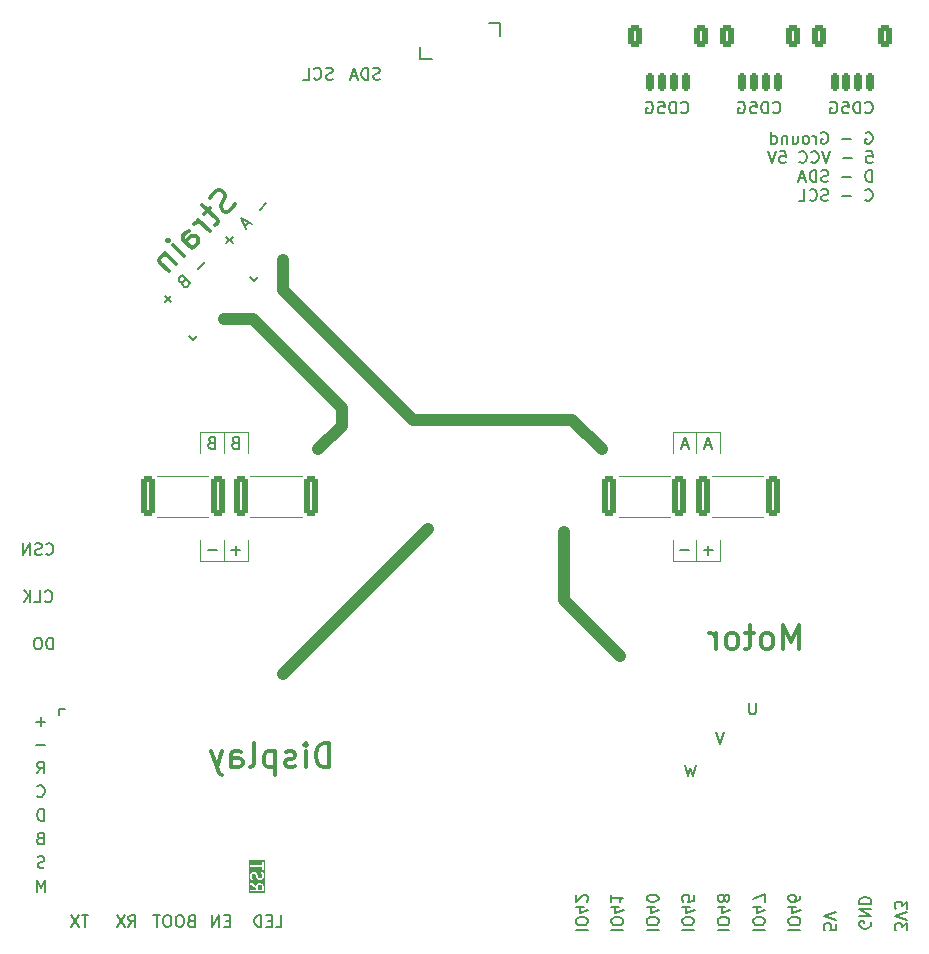
<source format=gbr>
%TF.GenerationSoftware,KiCad,Pcbnew,9.0.1*%
%TF.CreationDate,2025-04-25T15:08:37+02:00*%
%TF.ProjectId,view_base,76696577-5f62-4617-9365-2e6b69636164,0.1.0*%
%TF.SameCoordinates,Original*%
%TF.FileFunction,Legend,Bot*%
%TF.FilePolarity,Positive*%
%FSLAX46Y46*%
G04 Gerber Fmt 4.6, Leading zero omitted, Abs format (unit mm)*
G04 Created by KiCad (PCBNEW 9.0.1) date 2025-04-25 15:08:37*
%MOMM*%
%LPD*%
G01*
G04 APERTURE LIST*
G04 Aperture macros list*
%AMRoundRect*
0 Rectangle with rounded corners*
0 $1 Rounding radius*
0 $2 $3 $4 $5 $6 $7 $8 $9 X,Y pos of 4 corners*
0 Add a 4 corners polygon primitive as box body*
4,1,4,$2,$3,$4,$5,$6,$7,$8,$9,$2,$3,0*
0 Add four circle primitives for the rounded corners*
1,1,$1+$1,$2,$3*
1,1,$1+$1,$4,$5*
1,1,$1+$1,$6,$7*
1,1,$1+$1,$8,$9*
0 Add four rect primitives between the rounded corners*
20,1,$1+$1,$2,$3,$4,$5,0*
20,1,$1+$1,$4,$5,$6,$7,0*
20,1,$1+$1,$6,$7,$8,$9,0*
20,1,$1+$1,$8,$9,$2,$3,0*%
%AMHorizOval*
0 Thick line with rounded ends*
0 $1 width*
0 $2 $3 position (X,Y) of the first rounded end (center of the circle)*
0 $4 $5 position (X,Y) of the second rounded end (center of the circle)*
0 Add line between two ends*
20,1,$1,$2,$3,$4,$5,0*
0 Add two circle primitives to create the rounded ends*
1,1,$1,$2,$3*
1,1,$1,$4,$5*%
%AMRotRect*
0 Rectangle, with rotation*
0 The origin of the aperture is its center*
0 $1 length*
0 $2 width*
0 $3 Rotation angle, in degrees counterclockwise*
0 Add horizontal line*
21,1,$1,$2,0,0,$3*%
G04 Aperture macros list end*
%ADD10C,0.120000*%
%ADD11C,1.000000*%
%ADD12C,0.150000*%
%ADD13C,0.300000*%
%ADD14C,2.400000*%
%ADD15C,3.500000*%
%ADD16O,1.000000X1.800000*%
%ADD17O,1.000000X2.200000*%
%ADD18O,2.500000X1.250000*%
%ADD19HorizOval,1.250000X-0.441942X0.441942X0.441942X-0.441942X0*%
%ADD20R,0.700000X1.600000*%
%ADD21RotRect,2.100000X2.999999X45.000000*%
%ADD22RotRect,0.800000X1.600000X45.000000*%
%ADD23C,2.000000*%
%ADD24RoundRect,0.250000X0.362500X1.425000X-0.362500X1.425000X-0.362500X-1.425000X0.362500X-1.425000X0*%
%ADD25R,0.650000X1.050000*%
%ADD26RoundRect,0.150000X-0.150000X-0.625000X0.150000X-0.625000X0.150000X0.625000X-0.150000X0.625000X0*%
%ADD27RoundRect,0.250000X-0.350000X-0.650000X0.350000X-0.650000X0.350000X0.650000X-0.350000X0.650000X0*%
%ADD28RoundRect,0.250000X-0.362500X-1.425000X0.362500X-1.425000X0.362500X1.425000X-0.362500X1.425000X0*%
%ADD29RotRect,0.300000X1.800000X315.000000*%
%ADD30RotRect,1.200000X1.075000X315.000000*%
G04 APERTURE END LIST*
D10*
X124000000Y-96300000D02*
X124000000Y-94500000D01*
X124000000Y-103700000D02*
X124000000Y-105500000D01*
X126000000Y-96300000D02*
X126000000Y-94500000D01*
X128000000Y-105500000D02*
X128000000Y-103700000D01*
X124000000Y-105500000D02*
X128000000Y-105500000D01*
X124000000Y-94500000D02*
X128000000Y-94500000D01*
X128000000Y-94500000D02*
X128000000Y-96300000D01*
X126000000Y-105500000D02*
X126000000Y-103700000D01*
D11*
X136000000Y-94000000D02*
X136000000Y-92500000D01*
X142000000Y-93500000D02*
X131000000Y-82500000D01*
D10*
X164000000Y-96300000D02*
X164000000Y-94500000D01*
X164000000Y-94500000D02*
X168000000Y-94500000D01*
D11*
X134000000Y-96000000D02*
X136000000Y-94000000D01*
D10*
X168000000Y-94500000D02*
X168000000Y-96300000D01*
D11*
X136000000Y-92500000D02*
X128500000Y-85000000D01*
X158000000Y-96000000D02*
X155500000Y-93500000D01*
X154750000Y-103000000D02*
X154750000Y-108750000D01*
D10*
X166000000Y-96300000D02*
X166000000Y-94500000D01*
D11*
X154750000Y-108750000D02*
X159500000Y-113500000D01*
D10*
X164000000Y-103700000D02*
X164000000Y-105500000D01*
X168000000Y-105500000D02*
X168000000Y-103700000D01*
D11*
X131000000Y-82500000D02*
X131000000Y-80000000D01*
D10*
X166000000Y-105500000D02*
X166000000Y-103700000D01*
D11*
X143250000Y-102750000D02*
X131000000Y-115000000D01*
X128500000Y-85000000D02*
X126000000Y-85000000D01*
D10*
X164000000Y-105500000D02*
X168000000Y-105500000D01*
D12*
X124928571Y-95431009D02*
X124785714Y-95478628D01*
X124785714Y-95478628D02*
X124738095Y-95526247D01*
X124738095Y-95526247D02*
X124690476Y-95621485D01*
X124690476Y-95621485D02*
X124690476Y-95764342D01*
X124690476Y-95764342D02*
X124738095Y-95859580D01*
X124738095Y-95859580D02*
X124785714Y-95907200D01*
X124785714Y-95907200D02*
X124880952Y-95954819D01*
X124880952Y-95954819D02*
X125261904Y-95954819D01*
X125261904Y-95954819D02*
X125261904Y-94954819D01*
X125261904Y-94954819D02*
X124928571Y-94954819D01*
X124928571Y-94954819D02*
X124833333Y-95002438D01*
X124833333Y-95002438D02*
X124785714Y-95050057D01*
X124785714Y-95050057D02*
X124738095Y-95145295D01*
X124738095Y-95145295D02*
X124738095Y-95240533D01*
X124738095Y-95240533D02*
X124785714Y-95335771D01*
X124785714Y-95335771D02*
X124833333Y-95383390D01*
X124833333Y-95383390D02*
X124928571Y-95431009D01*
X124928571Y-95431009D02*
X125261904Y-95431009D01*
X126928571Y-95431009D02*
X126785714Y-95478628D01*
X126785714Y-95478628D02*
X126738095Y-95526247D01*
X126738095Y-95526247D02*
X126690476Y-95621485D01*
X126690476Y-95621485D02*
X126690476Y-95764342D01*
X126690476Y-95764342D02*
X126738095Y-95859580D01*
X126738095Y-95859580D02*
X126785714Y-95907200D01*
X126785714Y-95907200D02*
X126880952Y-95954819D01*
X126880952Y-95954819D02*
X127261904Y-95954819D01*
X127261904Y-95954819D02*
X127261904Y-94954819D01*
X127261904Y-94954819D02*
X126928571Y-94954819D01*
X126928571Y-94954819D02*
X126833333Y-95002438D01*
X126833333Y-95002438D02*
X126785714Y-95050057D01*
X126785714Y-95050057D02*
X126738095Y-95145295D01*
X126738095Y-95145295D02*
X126738095Y-95240533D01*
X126738095Y-95240533D02*
X126785714Y-95335771D01*
X126785714Y-95335771D02*
X126833333Y-95383390D01*
X126833333Y-95383390D02*
X126928571Y-95431009D01*
X126928571Y-95431009D02*
X127261904Y-95431009D01*
X125380951Y-104573866D02*
X124619047Y-104573866D01*
X127380951Y-104573866D02*
X126619047Y-104573866D01*
X126999999Y-104954819D02*
X126999999Y-104192914D01*
D13*
X174666666Y-112909638D02*
X174666666Y-110909638D01*
X174666666Y-110909638D02*
X173999999Y-112338209D01*
X173999999Y-112338209D02*
X173333333Y-110909638D01*
X173333333Y-110909638D02*
X173333333Y-112909638D01*
X172095238Y-112909638D02*
X172285714Y-112814400D01*
X172285714Y-112814400D02*
X172380952Y-112719161D01*
X172380952Y-112719161D02*
X172476190Y-112528685D01*
X172476190Y-112528685D02*
X172476190Y-111957257D01*
X172476190Y-111957257D02*
X172380952Y-111766780D01*
X172380952Y-111766780D02*
X172285714Y-111671542D01*
X172285714Y-111671542D02*
X172095238Y-111576304D01*
X172095238Y-111576304D02*
X171809523Y-111576304D01*
X171809523Y-111576304D02*
X171619047Y-111671542D01*
X171619047Y-111671542D02*
X171523809Y-111766780D01*
X171523809Y-111766780D02*
X171428571Y-111957257D01*
X171428571Y-111957257D02*
X171428571Y-112528685D01*
X171428571Y-112528685D02*
X171523809Y-112719161D01*
X171523809Y-112719161D02*
X171619047Y-112814400D01*
X171619047Y-112814400D02*
X171809523Y-112909638D01*
X171809523Y-112909638D02*
X172095238Y-112909638D01*
X170857142Y-111576304D02*
X170095238Y-111576304D01*
X170571428Y-110909638D02*
X170571428Y-112623923D01*
X170571428Y-112623923D02*
X170476190Y-112814400D01*
X170476190Y-112814400D02*
X170285714Y-112909638D01*
X170285714Y-112909638D02*
X170095238Y-112909638D01*
X169142857Y-112909638D02*
X169333333Y-112814400D01*
X169333333Y-112814400D02*
X169428571Y-112719161D01*
X169428571Y-112719161D02*
X169523809Y-112528685D01*
X169523809Y-112528685D02*
X169523809Y-111957257D01*
X169523809Y-111957257D02*
X169428571Y-111766780D01*
X169428571Y-111766780D02*
X169333333Y-111671542D01*
X169333333Y-111671542D02*
X169142857Y-111576304D01*
X169142857Y-111576304D02*
X168857142Y-111576304D01*
X168857142Y-111576304D02*
X168666666Y-111671542D01*
X168666666Y-111671542D02*
X168571428Y-111766780D01*
X168571428Y-111766780D02*
X168476190Y-111957257D01*
X168476190Y-111957257D02*
X168476190Y-112528685D01*
X168476190Y-112528685D02*
X168571428Y-112719161D01*
X168571428Y-112719161D02*
X168666666Y-112814400D01*
X168666666Y-112814400D02*
X168857142Y-112909638D01*
X168857142Y-112909638D02*
X169142857Y-112909638D01*
X167619047Y-112909638D02*
X167619047Y-111576304D01*
X167619047Y-111957257D02*
X167523809Y-111766780D01*
X167523809Y-111766780D02*
X167428571Y-111671542D01*
X167428571Y-111671542D02*
X167238095Y-111576304D01*
X167238095Y-111576304D02*
X167047618Y-111576304D01*
X134904762Y-122909638D02*
X134904762Y-120909638D01*
X134904762Y-120909638D02*
X134428572Y-120909638D01*
X134428572Y-120909638D02*
X134142857Y-121004876D01*
X134142857Y-121004876D02*
X133952381Y-121195352D01*
X133952381Y-121195352D02*
X133857143Y-121385828D01*
X133857143Y-121385828D02*
X133761905Y-121766780D01*
X133761905Y-121766780D02*
X133761905Y-122052495D01*
X133761905Y-122052495D02*
X133857143Y-122433447D01*
X133857143Y-122433447D02*
X133952381Y-122623923D01*
X133952381Y-122623923D02*
X134142857Y-122814400D01*
X134142857Y-122814400D02*
X134428572Y-122909638D01*
X134428572Y-122909638D02*
X134904762Y-122909638D01*
X132904762Y-122909638D02*
X132904762Y-121576304D01*
X132904762Y-120909638D02*
X133000000Y-121004876D01*
X133000000Y-121004876D02*
X132904762Y-121100114D01*
X132904762Y-121100114D02*
X132809524Y-121004876D01*
X132809524Y-121004876D02*
X132904762Y-120909638D01*
X132904762Y-120909638D02*
X132904762Y-121100114D01*
X132047619Y-122814400D02*
X131857143Y-122909638D01*
X131857143Y-122909638D02*
X131476191Y-122909638D01*
X131476191Y-122909638D02*
X131285714Y-122814400D01*
X131285714Y-122814400D02*
X131190476Y-122623923D01*
X131190476Y-122623923D02*
X131190476Y-122528685D01*
X131190476Y-122528685D02*
X131285714Y-122338209D01*
X131285714Y-122338209D02*
X131476191Y-122242971D01*
X131476191Y-122242971D02*
X131761905Y-122242971D01*
X131761905Y-122242971D02*
X131952381Y-122147733D01*
X131952381Y-122147733D02*
X132047619Y-121957257D01*
X132047619Y-121957257D02*
X132047619Y-121862019D01*
X132047619Y-121862019D02*
X131952381Y-121671542D01*
X131952381Y-121671542D02*
X131761905Y-121576304D01*
X131761905Y-121576304D02*
X131476191Y-121576304D01*
X131476191Y-121576304D02*
X131285714Y-121671542D01*
X130333333Y-121576304D02*
X130333333Y-123576304D01*
X130333333Y-121671542D02*
X130142857Y-121576304D01*
X130142857Y-121576304D02*
X129761904Y-121576304D01*
X129761904Y-121576304D02*
X129571428Y-121671542D01*
X129571428Y-121671542D02*
X129476190Y-121766780D01*
X129476190Y-121766780D02*
X129380952Y-121957257D01*
X129380952Y-121957257D02*
X129380952Y-122528685D01*
X129380952Y-122528685D02*
X129476190Y-122719161D01*
X129476190Y-122719161D02*
X129571428Y-122814400D01*
X129571428Y-122814400D02*
X129761904Y-122909638D01*
X129761904Y-122909638D02*
X130142857Y-122909638D01*
X130142857Y-122909638D02*
X130333333Y-122814400D01*
X128238095Y-122909638D02*
X128428571Y-122814400D01*
X128428571Y-122814400D02*
X128523809Y-122623923D01*
X128523809Y-122623923D02*
X128523809Y-120909638D01*
X126619047Y-122909638D02*
X126619047Y-121862019D01*
X126619047Y-121862019D02*
X126714285Y-121671542D01*
X126714285Y-121671542D02*
X126904761Y-121576304D01*
X126904761Y-121576304D02*
X127285714Y-121576304D01*
X127285714Y-121576304D02*
X127476190Y-121671542D01*
X126619047Y-122814400D02*
X126809523Y-122909638D01*
X126809523Y-122909638D02*
X127285714Y-122909638D01*
X127285714Y-122909638D02*
X127476190Y-122814400D01*
X127476190Y-122814400D02*
X127571428Y-122623923D01*
X127571428Y-122623923D02*
X127571428Y-122433447D01*
X127571428Y-122433447D02*
X127476190Y-122242971D01*
X127476190Y-122242971D02*
X127285714Y-122147733D01*
X127285714Y-122147733D02*
X126809523Y-122147733D01*
X126809523Y-122147733D02*
X126619047Y-122052495D01*
X125857142Y-121576304D02*
X125380952Y-122909638D01*
X124904761Y-121576304D02*
X125380952Y-122909638D01*
X125380952Y-122909638D02*
X125571428Y-123385828D01*
X125571428Y-123385828D02*
X125666666Y-123481066D01*
X125666666Y-123481066D02*
X125857142Y-123576304D01*
D12*
X164263220Y-67569819D02*
X164263220Y-66569819D01*
X164263220Y-66569819D02*
X164025125Y-66569819D01*
X164025125Y-66569819D02*
X163882268Y-66617438D01*
X163882268Y-66617438D02*
X163787030Y-66712676D01*
X163787030Y-66712676D02*
X163739411Y-66807914D01*
X163739411Y-66807914D02*
X163691792Y-66998390D01*
X163691792Y-66998390D02*
X163691792Y-67141247D01*
X163691792Y-67141247D02*
X163739411Y-67331723D01*
X163739411Y-67331723D02*
X163787030Y-67426961D01*
X163787030Y-67426961D02*
X163882268Y-67522200D01*
X163882268Y-67522200D02*
X164025125Y-67569819D01*
X164025125Y-67569819D02*
X164263220Y-67569819D01*
X110785713Y-131407200D02*
X110642856Y-131454819D01*
X110642856Y-131454819D02*
X110404761Y-131454819D01*
X110404761Y-131454819D02*
X110309523Y-131407200D01*
X110309523Y-131407200D02*
X110261904Y-131359580D01*
X110261904Y-131359580D02*
X110214285Y-131264342D01*
X110214285Y-131264342D02*
X110214285Y-131169104D01*
X110214285Y-131169104D02*
X110261904Y-131073866D01*
X110261904Y-131073866D02*
X110309523Y-131026247D01*
X110309523Y-131026247D02*
X110404761Y-130978628D01*
X110404761Y-130978628D02*
X110595237Y-130931009D01*
X110595237Y-130931009D02*
X110690475Y-130883390D01*
X110690475Y-130883390D02*
X110738094Y-130835771D01*
X110738094Y-130835771D02*
X110785713Y-130740533D01*
X110785713Y-130740533D02*
X110785713Y-130645295D01*
X110785713Y-130645295D02*
X110738094Y-130550057D01*
X110738094Y-130550057D02*
X110690475Y-130502438D01*
X110690475Y-130502438D02*
X110595237Y-130454819D01*
X110595237Y-130454819D02*
X110357142Y-130454819D01*
X110357142Y-130454819D02*
X110214285Y-130502438D01*
X110190476Y-125359580D02*
X110238095Y-125407200D01*
X110238095Y-125407200D02*
X110380952Y-125454819D01*
X110380952Y-125454819D02*
X110476190Y-125454819D01*
X110476190Y-125454819D02*
X110619047Y-125407200D01*
X110619047Y-125407200D02*
X110714285Y-125311961D01*
X110714285Y-125311961D02*
X110761904Y-125216723D01*
X110761904Y-125216723D02*
X110809523Y-125026247D01*
X110809523Y-125026247D02*
X110809523Y-124883390D01*
X110809523Y-124883390D02*
X110761904Y-124692914D01*
X110761904Y-124692914D02*
X110714285Y-124597676D01*
X110714285Y-124597676D02*
X110619047Y-124502438D01*
X110619047Y-124502438D02*
X110476190Y-124454819D01*
X110476190Y-124454819D02*
X110380952Y-124454819D01*
X110380952Y-124454819D02*
X110238095Y-124502438D01*
X110238095Y-124502438D02*
X110190476Y-124550057D01*
X169539411Y-66617438D02*
X169634649Y-66569819D01*
X169634649Y-66569819D02*
X169777506Y-66569819D01*
X169777506Y-66569819D02*
X169920363Y-66617438D01*
X169920363Y-66617438D02*
X170015601Y-66712676D01*
X170015601Y-66712676D02*
X170063220Y-66807914D01*
X170063220Y-66807914D02*
X170110839Y-66998390D01*
X170110839Y-66998390D02*
X170110839Y-67141247D01*
X170110839Y-67141247D02*
X170063220Y-67331723D01*
X170063220Y-67331723D02*
X170015601Y-67426961D01*
X170015601Y-67426961D02*
X169920363Y-67522200D01*
X169920363Y-67522200D02*
X169777506Y-67569819D01*
X169777506Y-67569819D02*
X169682268Y-67569819D01*
X169682268Y-67569819D02*
X169539411Y-67522200D01*
X169539411Y-67522200D02*
X169491792Y-67474580D01*
X169491792Y-67474580D02*
X169491792Y-67141247D01*
X169491792Y-67141247D02*
X169682268Y-67141247D01*
X161739411Y-66617438D02*
X161834649Y-66569819D01*
X161834649Y-66569819D02*
X161977506Y-66569819D01*
X161977506Y-66569819D02*
X162120363Y-66617438D01*
X162120363Y-66617438D02*
X162215601Y-66712676D01*
X162215601Y-66712676D02*
X162263220Y-66807914D01*
X162263220Y-66807914D02*
X162310839Y-66998390D01*
X162310839Y-66998390D02*
X162310839Y-67141247D01*
X162310839Y-67141247D02*
X162263220Y-67331723D01*
X162263220Y-67331723D02*
X162215601Y-67426961D01*
X162215601Y-67426961D02*
X162120363Y-67522200D01*
X162120363Y-67522200D02*
X161977506Y-67569819D01*
X161977506Y-67569819D02*
X161882268Y-67569819D01*
X161882268Y-67569819D02*
X161739411Y-67522200D01*
X161739411Y-67522200D02*
X161691792Y-67474580D01*
X161691792Y-67474580D02*
X161691792Y-67141247D01*
X161691792Y-67141247D02*
X161882268Y-67141247D01*
X110833332Y-133454819D02*
X110833332Y-132454819D01*
X110833332Y-132454819D02*
X110499999Y-133169104D01*
X110499999Y-133169104D02*
X110166666Y-132454819D01*
X110166666Y-132454819D02*
X110166666Y-133454819D01*
X172491792Y-67474580D02*
X172539411Y-67522200D01*
X172539411Y-67522200D02*
X172682268Y-67569819D01*
X172682268Y-67569819D02*
X172777506Y-67569819D01*
X172777506Y-67569819D02*
X172920363Y-67522200D01*
X172920363Y-67522200D02*
X173015601Y-67426961D01*
X173015601Y-67426961D02*
X173063220Y-67331723D01*
X173063220Y-67331723D02*
X173110839Y-67141247D01*
X173110839Y-67141247D02*
X173110839Y-66998390D01*
X173110839Y-66998390D02*
X173063220Y-66807914D01*
X173063220Y-66807914D02*
X173015601Y-66712676D01*
X173015601Y-66712676D02*
X172920363Y-66617438D01*
X172920363Y-66617438D02*
X172777506Y-66569819D01*
X172777506Y-66569819D02*
X172682268Y-66569819D01*
X172682268Y-66569819D02*
X172539411Y-66617438D01*
X172539411Y-66617438D02*
X172491792Y-66665057D01*
X172063220Y-67569819D02*
X172063220Y-66569819D01*
X172063220Y-66569819D02*
X171825125Y-66569819D01*
X171825125Y-66569819D02*
X171682268Y-66617438D01*
X171682268Y-66617438D02*
X171587030Y-66712676D01*
X171587030Y-66712676D02*
X171539411Y-66807914D01*
X171539411Y-66807914D02*
X171491792Y-66998390D01*
X171491792Y-66998390D02*
X171491792Y-67141247D01*
X171491792Y-67141247D02*
X171539411Y-67331723D01*
X171539411Y-67331723D02*
X171587030Y-67426961D01*
X171587030Y-67426961D02*
X171682268Y-67522200D01*
X171682268Y-67522200D02*
X171825125Y-67569819D01*
X171825125Y-67569819D02*
X172063220Y-67569819D01*
X167380951Y-104573866D02*
X166619047Y-104573866D01*
X166999999Y-104954819D02*
X166999999Y-104192914D01*
X178387030Y-66569819D02*
X178863220Y-66569819D01*
X178863220Y-66569819D02*
X178910839Y-67046009D01*
X178910839Y-67046009D02*
X178863220Y-66998390D01*
X178863220Y-66998390D02*
X178767982Y-66950771D01*
X178767982Y-66950771D02*
X178529887Y-66950771D01*
X178529887Y-66950771D02*
X178434649Y-66998390D01*
X178434649Y-66998390D02*
X178387030Y-67046009D01*
X178387030Y-67046009D02*
X178339411Y-67141247D01*
X178339411Y-67141247D02*
X178339411Y-67379342D01*
X178339411Y-67379342D02*
X178387030Y-67474580D01*
X178387030Y-67474580D02*
X178434649Y-67522200D01*
X178434649Y-67522200D02*
X178529887Y-67569819D01*
X178529887Y-67569819D02*
X178767982Y-67569819D01*
X178767982Y-67569819D02*
X178863220Y-67522200D01*
X178863220Y-67522200D02*
X178910839Y-67474580D01*
G36*
X129155515Y-132906877D02*
G01*
X129185922Y-132937284D01*
X129220180Y-133005800D01*
X129220180Y-133294047D01*
X128846371Y-133294047D01*
X128846371Y-133005800D01*
X128880629Y-132937284D01*
X128911036Y-132906877D01*
X128979552Y-132872619D01*
X129086999Y-132872619D01*
X129155515Y-132906877D01*
G37*
G36*
X129481291Y-133555158D02*
G01*
X128109069Y-133555158D01*
X128109069Y-132795994D01*
X128220198Y-132795994D01*
X128225283Y-132824811D01*
X128241010Y-132849490D01*
X128252170Y-132859061D01*
X128696371Y-133170001D01*
X128696371Y-133294047D01*
X128295180Y-133294047D01*
X128280548Y-133295488D01*
X128253512Y-133306687D01*
X128232820Y-133327379D01*
X128221621Y-133354415D01*
X128221621Y-133383679D01*
X128232820Y-133410715D01*
X128253512Y-133431407D01*
X128280548Y-133442606D01*
X128295180Y-133444047D01*
X129295180Y-133444047D01*
X129309812Y-133442606D01*
X129336848Y-133431407D01*
X129357540Y-133410715D01*
X129368739Y-133383679D01*
X129370180Y-133369047D01*
X129370180Y-132988095D01*
X129368739Y-132973463D01*
X129367708Y-132970974D01*
X129367517Y-132968285D01*
X129362262Y-132954554D01*
X129314643Y-132859316D01*
X129310678Y-132853016D01*
X129309921Y-132851189D01*
X129308232Y-132849132D01*
X129306811Y-132846873D01*
X129305312Y-132845573D01*
X129300594Y-132839824D01*
X129252975Y-132792205D01*
X129247225Y-132787486D01*
X129245926Y-132785988D01*
X129243666Y-132784566D01*
X129241610Y-132782878D01*
X129239782Y-132782120D01*
X129233483Y-132778156D01*
X129138245Y-132730537D01*
X129124513Y-132725282D01*
X129121825Y-132725091D01*
X129119336Y-132724060D01*
X129104704Y-132722619D01*
X128961847Y-132722619D01*
X128947215Y-132724060D01*
X128944726Y-132725090D01*
X128942037Y-132725282D01*
X128928306Y-132730537D01*
X128833068Y-132778156D01*
X128826768Y-132782120D01*
X128824941Y-132782878D01*
X128822884Y-132784566D01*
X128820625Y-132785988D01*
X128819325Y-132787486D01*
X128813576Y-132792205D01*
X128765957Y-132839824D01*
X128761238Y-132845573D01*
X128759740Y-132846873D01*
X128758318Y-132849132D01*
X128756630Y-132851189D01*
X128755872Y-132853016D01*
X128751908Y-132859316D01*
X128704289Y-132954554D01*
X128699034Y-132968286D01*
X128698843Y-132970973D01*
X128697812Y-132973463D01*
X128696480Y-132986980D01*
X128338190Y-132736177D01*
X128325376Y-132728966D01*
X128296805Y-132722637D01*
X128267988Y-132727722D01*
X128243309Y-132743449D01*
X128226527Y-132767423D01*
X128220198Y-132795994D01*
X128109069Y-132795994D01*
X128109069Y-132035714D01*
X128220180Y-132035714D01*
X128220180Y-132273809D01*
X128220909Y-132281214D01*
X128220769Y-132283190D01*
X128221359Y-132285787D01*
X128221621Y-132288441D01*
X128222379Y-132290271D01*
X128224029Y-132297527D01*
X128271649Y-132440384D01*
X128277643Y-132453809D01*
X128296817Y-132475916D01*
X128322991Y-132489003D01*
X128352181Y-132491077D01*
X128379943Y-132481823D01*
X128402050Y-132462649D01*
X128415137Y-132436475D01*
X128417211Y-132407285D01*
X128413951Y-132392949D01*
X128370180Y-132261637D01*
X128370180Y-132053420D01*
X128404438Y-131984903D01*
X128434846Y-131954496D01*
X128503362Y-131920238D01*
X128563190Y-131920238D01*
X128631706Y-131954496D01*
X128662113Y-131984903D01*
X128700606Y-132061890D01*
X128746229Y-132244380D01*
X128746614Y-132245459D01*
X128746653Y-132245999D01*
X128748980Y-132252080D01*
X128751176Y-132258226D01*
X128751498Y-132258661D01*
X128751908Y-132259731D01*
X128799527Y-132354969D01*
X128803491Y-132361268D01*
X128804249Y-132363096D01*
X128805937Y-132365152D01*
X128807359Y-132367412D01*
X128808857Y-132368711D01*
X128813576Y-132374461D01*
X128861195Y-132422080D01*
X128866944Y-132426798D01*
X128868244Y-132428297D01*
X128870503Y-132429718D01*
X128872560Y-132431407D01*
X128874387Y-132432164D01*
X128880687Y-132436129D01*
X128975925Y-132483748D01*
X128989656Y-132489003D01*
X128992345Y-132489194D01*
X128994834Y-132490225D01*
X129009466Y-132491666D01*
X129104704Y-132491666D01*
X129119336Y-132490225D01*
X129121825Y-132489193D01*
X129124513Y-132489003D01*
X129138245Y-132483748D01*
X129233483Y-132436129D01*
X129239782Y-132432164D01*
X129241610Y-132431407D01*
X129243666Y-132429718D01*
X129245926Y-132428297D01*
X129247225Y-132426798D01*
X129252975Y-132422080D01*
X129300594Y-132374461D01*
X129305312Y-132368711D01*
X129306811Y-132367412D01*
X129308232Y-132365152D01*
X129309921Y-132363096D01*
X129310678Y-132361268D01*
X129314643Y-132354969D01*
X129362262Y-132259731D01*
X129367517Y-132246000D01*
X129367708Y-132243310D01*
X129368739Y-132240822D01*
X129370180Y-132226190D01*
X129370180Y-131988095D01*
X129369450Y-131980688D01*
X129369591Y-131978714D01*
X129369000Y-131976116D01*
X129368739Y-131973463D01*
X129367980Y-131971632D01*
X129366331Y-131964377D01*
X129318712Y-131821521D01*
X129312718Y-131808095D01*
X129293544Y-131785988D01*
X129267371Y-131772902D01*
X129238181Y-131770827D01*
X129210418Y-131780081D01*
X129188311Y-131799255D01*
X129175225Y-131825428D01*
X129173150Y-131854618D01*
X129176410Y-131868955D01*
X129220180Y-132000265D01*
X129220180Y-132208485D01*
X129185922Y-132277001D01*
X129155515Y-132307408D01*
X129086999Y-132341666D01*
X129027171Y-132341666D01*
X128958655Y-132307408D01*
X128928248Y-132277001D01*
X128889754Y-132200014D01*
X128844132Y-132017524D01*
X128843746Y-132016444D01*
X128843708Y-132015904D01*
X128841377Y-132009814D01*
X128839185Y-132003678D01*
X128838862Y-132003242D01*
X128838453Y-132002173D01*
X128790834Y-131906935D01*
X128786869Y-131900635D01*
X128786112Y-131898808D01*
X128784423Y-131896751D01*
X128783002Y-131894492D01*
X128781503Y-131893192D01*
X128776785Y-131887443D01*
X128729166Y-131839824D01*
X128723416Y-131835105D01*
X128722117Y-131833607D01*
X128719857Y-131832185D01*
X128717801Y-131830497D01*
X128715973Y-131829739D01*
X128709674Y-131825775D01*
X128614436Y-131778156D01*
X128600704Y-131772901D01*
X128598016Y-131772710D01*
X128595527Y-131771679D01*
X128580895Y-131770238D01*
X128485657Y-131770238D01*
X128471025Y-131771679D01*
X128468536Y-131772709D01*
X128465847Y-131772901D01*
X128452116Y-131778156D01*
X128356878Y-131825775D01*
X128350578Y-131829739D01*
X128348751Y-131830497D01*
X128346694Y-131832185D01*
X128344435Y-131833607D01*
X128343135Y-131835105D01*
X128337386Y-131839824D01*
X128289767Y-131887443D01*
X128285049Y-131893191D01*
X128283551Y-131894491D01*
X128282128Y-131896750D01*
X128280440Y-131898808D01*
X128279683Y-131900635D01*
X128275718Y-131906934D01*
X128228098Y-132002172D01*
X128222843Y-132015904D01*
X128222651Y-132018593D01*
X128221621Y-132021082D01*
X128220180Y-132035714D01*
X128109069Y-132035714D01*
X128109069Y-131259177D01*
X128221621Y-131259177D01*
X128221621Y-131288441D01*
X128232820Y-131315477D01*
X128253512Y-131336169D01*
X128280548Y-131347368D01*
X128295180Y-131348809D01*
X129220180Y-131348809D01*
X129220180Y-131559523D01*
X129221621Y-131574155D01*
X129232820Y-131601191D01*
X129253512Y-131621883D01*
X129280548Y-131633082D01*
X129309812Y-131633082D01*
X129336848Y-131621883D01*
X129357540Y-131601191D01*
X129368739Y-131574155D01*
X129370180Y-131559523D01*
X129370180Y-130988095D01*
X129368739Y-130973463D01*
X129357540Y-130946427D01*
X129336848Y-130925735D01*
X129309812Y-130914536D01*
X129280548Y-130914536D01*
X129253512Y-130925735D01*
X129232820Y-130946427D01*
X129221621Y-130973463D01*
X129220180Y-130988095D01*
X129220180Y-131198809D01*
X128295180Y-131198809D01*
X128280548Y-131200250D01*
X128253512Y-131211449D01*
X128232820Y-131232141D01*
X128221621Y-131259177D01*
X128109069Y-131259177D01*
X128109069Y-130803425D01*
X129481291Y-130803425D01*
X129481291Y-133555158D01*
G37*
X167238094Y-95669104D02*
X166761904Y-95669104D01*
X167333332Y-95954819D02*
X166999999Y-94954819D01*
X166999999Y-94954819D02*
X166666666Y-95954819D01*
X110880951Y-119073866D02*
X110119047Y-119073866D01*
X110499999Y-119454819D02*
X110499999Y-118692914D01*
X180339411Y-69187606D02*
X180434649Y-69139987D01*
X180434649Y-69139987D02*
X180577506Y-69139987D01*
X180577506Y-69139987D02*
X180720363Y-69187606D01*
X180720363Y-69187606D02*
X180815601Y-69282844D01*
X180815601Y-69282844D02*
X180863220Y-69378082D01*
X180863220Y-69378082D02*
X180910839Y-69568558D01*
X180910839Y-69568558D02*
X180910839Y-69711415D01*
X180910839Y-69711415D02*
X180863220Y-69901891D01*
X180863220Y-69901891D02*
X180815601Y-69997129D01*
X180815601Y-69997129D02*
X180720363Y-70092368D01*
X180720363Y-70092368D02*
X180577506Y-70139987D01*
X180577506Y-70139987D02*
X180482268Y-70139987D01*
X180482268Y-70139987D02*
X180339411Y-70092368D01*
X180339411Y-70092368D02*
X180291792Y-70044748D01*
X180291792Y-70044748D02*
X180291792Y-69711415D01*
X180291792Y-69711415D02*
X180482268Y-69711415D01*
X179101315Y-69759034D02*
X178339411Y-69759034D01*
X176577506Y-69187606D02*
X176672744Y-69139987D01*
X176672744Y-69139987D02*
X176815601Y-69139987D01*
X176815601Y-69139987D02*
X176958458Y-69187606D01*
X176958458Y-69187606D02*
X177053696Y-69282844D01*
X177053696Y-69282844D02*
X177101315Y-69378082D01*
X177101315Y-69378082D02*
X177148934Y-69568558D01*
X177148934Y-69568558D02*
X177148934Y-69711415D01*
X177148934Y-69711415D02*
X177101315Y-69901891D01*
X177101315Y-69901891D02*
X177053696Y-69997129D01*
X177053696Y-69997129D02*
X176958458Y-70092368D01*
X176958458Y-70092368D02*
X176815601Y-70139987D01*
X176815601Y-70139987D02*
X176720363Y-70139987D01*
X176720363Y-70139987D02*
X176577506Y-70092368D01*
X176577506Y-70092368D02*
X176529887Y-70044748D01*
X176529887Y-70044748D02*
X176529887Y-69711415D01*
X176529887Y-69711415D02*
X176720363Y-69711415D01*
X176101315Y-70139987D02*
X176101315Y-69473320D01*
X176101315Y-69663796D02*
X176053696Y-69568558D01*
X176053696Y-69568558D02*
X176006077Y-69520939D01*
X176006077Y-69520939D02*
X175910839Y-69473320D01*
X175910839Y-69473320D02*
X175815601Y-69473320D01*
X175339410Y-70139987D02*
X175434648Y-70092368D01*
X175434648Y-70092368D02*
X175482267Y-70044748D01*
X175482267Y-70044748D02*
X175529886Y-69949510D01*
X175529886Y-69949510D02*
X175529886Y-69663796D01*
X175529886Y-69663796D02*
X175482267Y-69568558D01*
X175482267Y-69568558D02*
X175434648Y-69520939D01*
X175434648Y-69520939D02*
X175339410Y-69473320D01*
X175339410Y-69473320D02*
X175196553Y-69473320D01*
X175196553Y-69473320D02*
X175101315Y-69520939D01*
X175101315Y-69520939D02*
X175053696Y-69568558D01*
X175053696Y-69568558D02*
X175006077Y-69663796D01*
X175006077Y-69663796D02*
X175006077Y-69949510D01*
X175006077Y-69949510D02*
X175053696Y-70044748D01*
X175053696Y-70044748D02*
X175101315Y-70092368D01*
X175101315Y-70092368D02*
X175196553Y-70139987D01*
X175196553Y-70139987D02*
X175339410Y-70139987D01*
X174148934Y-69473320D02*
X174148934Y-70139987D01*
X174577505Y-69473320D02*
X174577505Y-69997129D01*
X174577505Y-69997129D02*
X174529886Y-70092368D01*
X174529886Y-70092368D02*
X174434648Y-70139987D01*
X174434648Y-70139987D02*
X174291791Y-70139987D01*
X174291791Y-70139987D02*
X174196553Y-70092368D01*
X174196553Y-70092368D02*
X174148934Y-70044748D01*
X173672743Y-69473320D02*
X173672743Y-70139987D01*
X173672743Y-69568558D02*
X173625124Y-69520939D01*
X173625124Y-69520939D02*
X173529886Y-69473320D01*
X173529886Y-69473320D02*
X173387029Y-69473320D01*
X173387029Y-69473320D02*
X173291791Y-69520939D01*
X173291791Y-69520939D02*
X173244172Y-69616177D01*
X173244172Y-69616177D02*
X173244172Y-70139987D01*
X172339410Y-70139987D02*
X172339410Y-69139987D01*
X172339410Y-70092368D02*
X172434648Y-70139987D01*
X172434648Y-70139987D02*
X172625124Y-70139987D01*
X172625124Y-70139987D02*
X172720362Y-70092368D01*
X172720362Y-70092368D02*
X172767981Y-70044748D01*
X172767981Y-70044748D02*
X172815600Y-69949510D01*
X172815600Y-69949510D02*
X172815600Y-69663796D01*
X172815600Y-69663796D02*
X172767981Y-69568558D01*
X172767981Y-69568558D02*
X172720362Y-69520939D01*
X172720362Y-69520939D02*
X172625124Y-69473320D01*
X172625124Y-69473320D02*
X172434648Y-69473320D01*
X172434648Y-69473320D02*
X172339410Y-69520939D01*
X180387030Y-70749931D02*
X180863220Y-70749931D01*
X180863220Y-70749931D02*
X180910839Y-71226121D01*
X180910839Y-71226121D02*
X180863220Y-71178502D01*
X180863220Y-71178502D02*
X180767982Y-71130883D01*
X180767982Y-71130883D02*
X180529887Y-71130883D01*
X180529887Y-71130883D02*
X180434649Y-71178502D01*
X180434649Y-71178502D02*
X180387030Y-71226121D01*
X180387030Y-71226121D02*
X180339411Y-71321359D01*
X180339411Y-71321359D02*
X180339411Y-71559454D01*
X180339411Y-71559454D02*
X180387030Y-71654692D01*
X180387030Y-71654692D02*
X180434649Y-71702312D01*
X180434649Y-71702312D02*
X180529887Y-71749931D01*
X180529887Y-71749931D02*
X180767982Y-71749931D01*
X180767982Y-71749931D02*
X180863220Y-71702312D01*
X180863220Y-71702312D02*
X180910839Y-71654692D01*
X179148934Y-71368978D02*
X178387030Y-71368978D01*
X177291791Y-70749931D02*
X176958458Y-71749931D01*
X176958458Y-71749931D02*
X176625125Y-70749931D01*
X175720363Y-71654692D02*
X175767982Y-71702312D01*
X175767982Y-71702312D02*
X175910839Y-71749931D01*
X175910839Y-71749931D02*
X176006077Y-71749931D01*
X176006077Y-71749931D02*
X176148934Y-71702312D01*
X176148934Y-71702312D02*
X176244172Y-71607073D01*
X176244172Y-71607073D02*
X176291791Y-71511835D01*
X176291791Y-71511835D02*
X176339410Y-71321359D01*
X176339410Y-71321359D02*
X176339410Y-71178502D01*
X176339410Y-71178502D02*
X176291791Y-70988026D01*
X176291791Y-70988026D02*
X176244172Y-70892788D01*
X176244172Y-70892788D02*
X176148934Y-70797550D01*
X176148934Y-70797550D02*
X176006077Y-70749931D01*
X176006077Y-70749931D02*
X175910839Y-70749931D01*
X175910839Y-70749931D02*
X175767982Y-70797550D01*
X175767982Y-70797550D02*
X175720363Y-70845169D01*
X174720363Y-71654692D02*
X174767982Y-71702312D01*
X174767982Y-71702312D02*
X174910839Y-71749931D01*
X174910839Y-71749931D02*
X175006077Y-71749931D01*
X175006077Y-71749931D02*
X175148934Y-71702312D01*
X175148934Y-71702312D02*
X175244172Y-71607073D01*
X175244172Y-71607073D02*
X175291791Y-71511835D01*
X175291791Y-71511835D02*
X175339410Y-71321359D01*
X175339410Y-71321359D02*
X175339410Y-71178502D01*
X175339410Y-71178502D02*
X175291791Y-70988026D01*
X175291791Y-70988026D02*
X175244172Y-70892788D01*
X175244172Y-70892788D02*
X175148934Y-70797550D01*
X175148934Y-70797550D02*
X175006077Y-70749931D01*
X175006077Y-70749931D02*
X174910839Y-70749931D01*
X174910839Y-70749931D02*
X174767982Y-70797550D01*
X174767982Y-70797550D02*
X174720363Y-70845169D01*
X173053696Y-70749931D02*
X173529886Y-70749931D01*
X173529886Y-70749931D02*
X173577505Y-71226121D01*
X173577505Y-71226121D02*
X173529886Y-71178502D01*
X173529886Y-71178502D02*
X173434648Y-71130883D01*
X173434648Y-71130883D02*
X173196553Y-71130883D01*
X173196553Y-71130883D02*
X173101315Y-71178502D01*
X173101315Y-71178502D02*
X173053696Y-71226121D01*
X173053696Y-71226121D02*
X173006077Y-71321359D01*
X173006077Y-71321359D02*
X173006077Y-71559454D01*
X173006077Y-71559454D02*
X173053696Y-71654692D01*
X173053696Y-71654692D02*
X173101315Y-71702312D01*
X173101315Y-71702312D02*
X173196553Y-71749931D01*
X173196553Y-71749931D02*
X173434648Y-71749931D01*
X173434648Y-71749931D02*
X173529886Y-71702312D01*
X173529886Y-71702312D02*
X173577505Y-71654692D01*
X172720362Y-70749931D02*
X172387029Y-71749931D01*
X172387029Y-71749931D02*
X172053696Y-70749931D01*
X180863220Y-73359875D02*
X180863220Y-72359875D01*
X180863220Y-72359875D02*
X180625125Y-72359875D01*
X180625125Y-72359875D02*
X180482268Y-72407494D01*
X180482268Y-72407494D02*
X180387030Y-72502732D01*
X180387030Y-72502732D02*
X180339411Y-72597970D01*
X180339411Y-72597970D02*
X180291792Y-72788446D01*
X180291792Y-72788446D02*
X180291792Y-72931303D01*
X180291792Y-72931303D02*
X180339411Y-73121779D01*
X180339411Y-73121779D02*
X180387030Y-73217017D01*
X180387030Y-73217017D02*
X180482268Y-73312256D01*
X180482268Y-73312256D02*
X180625125Y-73359875D01*
X180625125Y-73359875D02*
X180863220Y-73359875D01*
X179101315Y-72978922D02*
X178339411Y-72978922D01*
X177148934Y-73312256D02*
X177006077Y-73359875D01*
X177006077Y-73359875D02*
X176767982Y-73359875D01*
X176767982Y-73359875D02*
X176672744Y-73312256D01*
X176672744Y-73312256D02*
X176625125Y-73264636D01*
X176625125Y-73264636D02*
X176577506Y-73169398D01*
X176577506Y-73169398D02*
X176577506Y-73074160D01*
X176577506Y-73074160D02*
X176625125Y-72978922D01*
X176625125Y-72978922D02*
X176672744Y-72931303D01*
X176672744Y-72931303D02*
X176767982Y-72883684D01*
X176767982Y-72883684D02*
X176958458Y-72836065D01*
X176958458Y-72836065D02*
X177053696Y-72788446D01*
X177053696Y-72788446D02*
X177101315Y-72740827D01*
X177101315Y-72740827D02*
X177148934Y-72645589D01*
X177148934Y-72645589D02*
X177148934Y-72550351D01*
X177148934Y-72550351D02*
X177101315Y-72455113D01*
X177101315Y-72455113D02*
X177053696Y-72407494D01*
X177053696Y-72407494D02*
X176958458Y-72359875D01*
X176958458Y-72359875D02*
X176720363Y-72359875D01*
X176720363Y-72359875D02*
X176577506Y-72407494D01*
X176148934Y-73359875D02*
X176148934Y-72359875D01*
X176148934Y-72359875D02*
X175910839Y-72359875D01*
X175910839Y-72359875D02*
X175767982Y-72407494D01*
X175767982Y-72407494D02*
X175672744Y-72502732D01*
X175672744Y-72502732D02*
X175625125Y-72597970D01*
X175625125Y-72597970D02*
X175577506Y-72788446D01*
X175577506Y-72788446D02*
X175577506Y-72931303D01*
X175577506Y-72931303D02*
X175625125Y-73121779D01*
X175625125Y-73121779D02*
X175672744Y-73217017D01*
X175672744Y-73217017D02*
X175767982Y-73312256D01*
X175767982Y-73312256D02*
X175910839Y-73359875D01*
X175910839Y-73359875D02*
X176148934Y-73359875D01*
X175196553Y-73074160D02*
X174720363Y-73074160D01*
X175291791Y-73359875D02*
X174958458Y-72359875D01*
X174958458Y-72359875D02*
X174625125Y-73359875D01*
X180291792Y-74874580D02*
X180339411Y-74922200D01*
X180339411Y-74922200D02*
X180482268Y-74969819D01*
X180482268Y-74969819D02*
X180577506Y-74969819D01*
X180577506Y-74969819D02*
X180720363Y-74922200D01*
X180720363Y-74922200D02*
X180815601Y-74826961D01*
X180815601Y-74826961D02*
X180863220Y-74731723D01*
X180863220Y-74731723D02*
X180910839Y-74541247D01*
X180910839Y-74541247D02*
X180910839Y-74398390D01*
X180910839Y-74398390D02*
X180863220Y-74207914D01*
X180863220Y-74207914D02*
X180815601Y-74112676D01*
X180815601Y-74112676D02*
X180720363Y-74017438D01*
X180720363Y-74017438D02*
X180577506Y-73969819D01*
X180577506Y-73969819D02*
X180482268Y-73969819D01*
X180482268Y-73969819D02*
X180339411Y-74017438D01*
X180339411Y-74017438D02*
X180291792Y-74065057D01*
X179101315Y-74588866D02*
X178339411Y-74588866D01*
X177148934Y-74922200D02*
X177006077Y-74969819D01*
X177006077Y-74969819D02*
X176767982Y-74969819D01*
X176767982Y-74969819D02*
X176672744Y-74922200D01*
X176672744Y-74922200D02*
X176625125Y-74874580D01*
X176625125Y-74874580D02*
X176577506Y-74779342D01*
X176577506Y-74779342D02*
X176577506Y-74684104D01*
X176577506Y-74684104D02*
X176625125Y-74588866D01*
X176625125Y-74588866D02*
X176672744Y-74541247D01*
X176672744Y-74541247D02*
X176767982Y-74493628D01*
X176767982Y-74493628D02*
X176958458Y-74446009D01*
X176958458Y-74446009D02*
X177053696Y-74398390D01*
X177053696Y-74398390D02*
X177101315Y-74350771D01*
X177101315Y-74350771D02*
X177148934Y-74255533D01*
X177148934Y-74255533D02*
X177148934Y-74160295D01*
X177148934Y-74160295D02*
X177101315Y-74065057D01*
X177101315Y-74065057D02*
X177053696Y-74017438D01*
X177053696Y-74017438D02*
X176958458Y-73969819D01*
X176958458Y-73969819D02*
X176720363Y-73969819D01*
X176720363Y-73969819D02*
X176577506Y-74017438D01*
X175577506Y-74874580D02*
X175625125Y-74922200D01*
X175625125Y-74922200D02*
X175767982Y-74969819D01*
X175767982Y-74969819D02*
X175863220Y-74969819D01*
X175863220Y-74969819D02*
X176006077Y-74922200D01*
X176006077Y-74922200D02*
X176101315Y-74826961D01*
X176101315Y-74826961D02*
X176148934Y-74731723D01*
X176148934Y-74731723D02*
X176196553Y-74541247D01*
X176196553Y-74541247D02*
X176196553Y-74398390D01*
X176196553Y-74398390D02*
X176148934Y-74207914D01*
X176148934Y-74207914D02*
X176101315Y-74112676D01*
X176101315Y-74112676D02*
X176006077Y-74017438D01*
X176006077Y-74017438D02*
X175863220Y-73969819D01*
X175863220Y-73969819D02*
X175767982Y-73969819D01*
X175767982Y-73969819D02*
X175625125Y-74017438D01*
X175625125Y-74017438D02*
X175577506Y-74065057D01*
X174672744Y-74969819D02*
X175148934Y-74969819D01*
X175148934Y-74969819D02*
X175148934Y-73969819D01*
X110190476Y-123454819D02*
X110523809Y-122978628D01*
X110761904Y-123454819D02*
X110761904Y-122454819D01*
X110761904Y-122454819D02*
X110380952Y-122454819D01*
X110380952Y-122454819D02*
X110285714Y-122502438D01*
X110285714Y-122502438D02*
X110238095Y-122550057D01*
X110238095Y-122550057D02*
X110190476Y-122645295D01*
X110190476Y-122645295D02*
X110190476Y-122788152D01*
X110190476Y-122788152D02*
X110238095Y-122883390D01*
X110238095Y-122883390D02*
X110285714Y-122931009D01*
X110285714Y-122931009D02*
X110380952Y-122978628D01*
X110380952Y-122978628D02*
X110761904Y-122978628D01*
X110428571Y-128931009D02*
X110285714Y-128978628D01*
X110285714Y-128978628D02*
X110238095Y-129026247D01*
X110238095Y-129026247D02*
X110190476Y-129121485D01*
X110190476Y-129121485D02*
X110190476Y-129264342D01*
X110190476Y-129264342D02*
X110238095Y-129359580D01*
X110238095Y-129359580D02*
X110285714Y-129407200D01*
X110285714Y-129407200D02*
X110380952Y-129454819D01*
X110380952Y-129454819D02*
X110761904Y-129454819D01*
X110761904Y-129454819D02*
X110761904Y-128454819D01*
X110761904Y-128454819D02*
X110428571Y-128454819D01*
X110428571Y-128454819D02*
X110333333Y-128502438D01*
X110333333Y-128502438D02*
X110285714Y-128550057D01*
X110285714Y-128550057D02*
X110238095Y-128645295D01*
X110238095Y-128645295D02*
X110238095Y-128740533D01*
X110238095Y-128740533D02*
X110285714Y-128835771D01*
X110285714Y-128835771D02*
X110333333Y-128883390D01*
X110333333Y-128883390D02*
X110428571Y-128931009D01*
X110428571Y-128931009D02*
X110761904Y-128931009D01*
X165238094Y-95669104D02*
X164761904Y-95669104D01*
X165333332Y-95954819D02*
X164999999Y-94954819D01*
X164999999Y-94954819D02*
X164666666Y-95954819D01*
X162787030Y-66569819D02*
X163263220Y-66569819D01*
X163263220Y-66569819D02*
X163310839Y-67046009D01*
X163310839Y-67046009D02*
X163263220Y-66998390D01*
X163263220Y-66998390D02*
X163167982Y-66950771D01*
X163167982Y-66950771D02*
X162929887Y-66950771D01*
X162929887Y-66950771D02*
X162834649Y-66998390D01*
X162834649Y-66998390D02*
X162787030Y-67046009D01*
X162787030Y-67046009D02*
X162739411Y-67141247D01*
X162739411Y-67141247D02*
X162739411Y-67379342D01*
X162739411Y-67379342D02*
X162787030Y-67474580D01*
X162787030Y-67474580D02*
X162834649Y-67522200D01*
X162834649Y-67522200D02*
X162929887Y-67569819D01*
X162929887Y-67569819D02*
X163167982Y-67569819D01*
X163167982Y-67569819D02*
X163263220Y-67522200D01*
X163263220Y-67522200D02*
X163310839Y-67474580D01*
X165380951Y-104573866D02*
X164619047Y-104573866D01*
X110761904Y-127454819D02*
X110761904Y-126454819D01*
X110761904Y-126454819D02*
X110523809Y-126454819D01*
X110523809Y-126454819D02*
X110380952Y-126502438D01*
X110380952Y-126502438D02*
X110285714Y-126597676D01*
X110285714Y-126597676D02*
X110238095Y-126692914D01*
X110238095Y-126692914D02*
X110190476Y-126883390D01*
X110190476Y-126883390D02*
X110190476Y-127026247D01*
X110190476Y-127026247D02*
X110238095Y-127216723D01*
X110238095Y-127216723D02*
X110285714Y-127311961D01*
X110285714Y-127311961D02*
X110380952Y-127407200D01*
X110380952Y-127407200D02*
X110523809Y-127454819D01*
X110523809Y-127454819D02*
X110761904Y-127454819D01*
X180291792Y-67474580D02*
X180339411Y-67522200D01*
X180339411Y-67522200D02*
X180482268Y-67569819D01*
X180482268Y-67569819D02*
X180577506Y-67569819D01*
X180577506Y-67569819D02*
X180720363Y-67522200D01*
X180720363Y-67522200D02*
X180815601Y-67426961D01*
X180815601Y-67426961D02*
X180863220Y-67331723D01*
X180863220Y-67331723D02*
X180910839Y-67141247D01*
X180910839Y-67141247D02*
X180910839Y-66998390D01*
X180910839Y-66998390D02*
X180863220Y-66807914D01*
X180863220Y-66807914D02*
X180815601Y-66712676D01*
X180815601Y-66712676D02*
X180720363Y-66617438D01*
X180720363Y-66617438D02*
X180577506Y-66569819D01*
X180577506Y-66569819D02*
X180482268Y-66569819D01*
X180482268Y-66569819D02*
X180339411Y-66617438D01*
X180339411Y-66617438D02*
X180291792Y-66665057D01*
X110880951Y-121073866D02*
X110119047Y-121073866D01*
X177339411Y-66617438D02*
X177434649Y-66569819D01*
X177434649Y-66569819D02*
X177577506Y-66569819D01*
X177577506Y-66569819D02*
X177720363Y-66617438D01*
X177720363Y-66617438D02*
X177815601Y-66712676D01*
X177815601Y-66712676D02*
X177863220Y-66807914D01*
X177863220Y-66807914D02*
X177910839Y-66998390D01*
X177910839Y-66998390D02*
X177910839Y-67141247D01*
X177910839Y-67141247D02*
X177863220Y-67331723D01*
X177863220Y-67331723D02*
X177815601Y-67426961D01*
X177815601Y-67426961D02*
X177720363Y-67522200D01*
X177720363Y-67522200D02*
X177577506Y-67569819D01*
X177577506Y-67569819D02*
X177482268Y-67569819D01*
X177482268Y-67569819D02*
X177339411Y-67522200D01*
X177339411Y-67522200D02*
X177291792Y-67474580D01*
X177291792Y-67474580D02*
X177291792Y-67141247D01*
X177291792Y-67141247D02*
X177482268Y-67141247D01*
D13*
X126937966Y-75213769D02*
X126803279Y-75483143D01*
X126803279Y-75483143D02*
X126466561Y-75819860D01*
X126466561Y-75819860D02*
X126264531Y-75887204D01*
X126264531Y-75887204D02*
X126129844Y-75887204D01*
X126129844Y-75887204D02*
X125927813Y-75819860D01*
X125927813Y-75819860D02*
X125793126Y-75685173D01*
X125793126Y-75685173D02*
X125725783Y-75483143D01*
X125725783Y-75483143D02*
X125725783Y-75348456D01*
X125725783Y-75348456D02*
X125793126Y-75146425D01*
X125793126Y-75146425D02*
X125995157Y-74809708D01*
X125995157Y-74809708D02*
X126062500Y-74607677D01*
X126062500Y-74607677D02*
X126062500Y-74472990D01*
X126062500Y-74472990D02*
X125995157Y-74270960D01*
X125995157Y-74270960D02*
X125860470Y-74136273D01*
X125860470Y-74136273D02*
X125658439Y-74068929D01*
X125658439Y-74068929D02*
X125523752Y-74068929D01*
X125523752Y-74068929D02*
X125321722Y-74136273D01*
X125321722Y-74136273D02*
X124985004Y-74472990D01*
X124985004Y-74472990D02*
X124850317Y-74742364D01*
X124850317Y-75550486D02*
X124311569Y-76089234D01*
X124176882Y-75281112D02*
X125389065Y-76493295D01*
X125389065Y-76493295D02*
X125456409Y-76695326D01*
X125456409Y-76695326D02*
X125389065Y-76897356D01*
X125389065Y-76897356D02*
X125254378Y-77032043D01*
X124782974Y-77503448D02*
X123840165Y-76560639D01*
X124109539Y-76830013D02*
X123907508Y-76762669D01*
X123907508Y-76762669D02*
X123772821Y-76762669D01*
X123772821Y-76762669D02*
X123570791Y-76830013D01*
X123570791Y-76830013D02*
X123436104Y-76964700D01*
X123301417Y-78985005D02*
X122560638Y-78244226D01*
X122560638Y-78244226D02*
X122493295Y-78042196D01*
X122493295Y-78042196D02*
X122560638Y-77840165D01*
X122560638Y-77840165D02*
X122830012Y-77570791D01*
X122830012Y-77570791D02*
X123032043Y-77503448D01*
X123234073Y-78917661D02*
X123436104Y-78850318D01*
X123436104Y-78850318D02*
X123772821Y-78513600D01*
X123772821Y-78513600D02*
X123840165Y-78311570D01*
X123840165Y-78311570D02*
X123772821Y-78109539D01*
X123772821Y-78109539D02*
X123638134Y-77974852D01*
X123638134Y-77974852D02*
X123436104Y-77907509D01*
X123436104Y-77907509D02*
X123234073Y-77974852D01*
X123234073Y-77974852D02*
X122897356Y-78311570D01*
X122897356Y-78311570D02*
X122695325Y-78378913D01*
X122627982Y-79658440D02*
X121685173Y-78715631D01*
X121213768Y-78244226D02*
X121348455Y-78244226D01*
X121348455Y-78244226D02*
X121348455Y-78378913D01*
X121348455Y-78378913D02*
X121213768Y-78378913D01*
X121213768Y-78378913D02*
X121213768Y-78244226D01*
X121213768Y-78244226D02*
X121348455Y-78378913D01*
X121011738Y-79389066D02*
X121954547Y-80331875D01*
X121146425Y-79523753D02*
X121011738Y-79523753D01*
X121011738Y-79523753D02*
X120809707Y-79591096D01*
X120809707Y-79591096D02*
X120607677Y-79793127D01*
X120607677Y-79793127D02*
X120540333Y-79995157D01*
X120540333Y-79995157D02*
X120607677Y-80197188D01*
X120607677Y-80197188D02*
X121348455Y-80937966D01*
D12*
X179863220Y-67569819D02*
X179863220Y-66569819D01*
X179863220Y-66569819D02*
X179625125Y-66569819D01*
X179625125Y-66569819D02*
X179482268Y-66617438D01*
X179482268Y-66617438D02*
X179387030Y-66712676D01*
X179387030Y-66712676D02*
X179339411Y-66807914D01*
X179339411Y-66807914D02*
X179291792Y-66998390D01*
X179291792Y-66998390D02*
X179291792Y-67141247D01*
X179291792Y-67141247D02*
X179339411Y-67331723D01*
X179339411Y-67331723D02*
X179387030Y-67426961D01*
X179387030Y-67426961D02*
X179482268Y-67522200D01*
X179482268Y-67522200D02*
X179625125Y-67569819D01*
X179625125Y-67569819D02*
X179863220Y-67569819D01*
X170587030Y-66569819D02*
X171063220Y-66569819D01*
X171063220Y-66569819D02*
X171110839Y-67046009D01*
X171110839Y-67046009D02*
X171063220Y-66998390D01*
X171063220Y-66998390D02*
X170967982Y-66950771D01*
X170967982Y-66950771D02*
X170729887Y-66950771D01*
X170729887Y-66950771D02*
X170634649Y-66998390D01*
X170634649Y-66998390D02*
X170587030Y-67046009D01*
X170587030Y-67046009D02*
X170539411Y-67141247D01*
X170539411Y-67141247D02*
X170539411Y-67379342D01*
X170539411Y-67379342D02*
X170587030Y-67474580D01*
X170587030Y-67474580D02*
X170634649Y-67522200D01*
X170634649Y-67522200D02*
X170729887Y-67569819D01*
X170729887Y-67569819D02*
X170967982Y-67569819D01*
X170967982Y-67569819D02*
X171063220Y-67522200D01*
X171063220Y-67522200D02*
X171110839Y-67474580D01*
X164691792Y-67474580D02*
X164739411Y-67522200D01*
X164739411Y-67522200D02*
X164882268Y-67569819D01*
X164882268Y-67569819D02*
X164977506Y-67569819D01*
X164977506Y-67569819D02*
X165120363Y-67522200D01*
X165120363Y-67522200D02*
X165215601Y-67426961D01*
X165215601Y-67426961D02*
X165263220Y-67331723D01*
X165263220Y-67331723D02*
X165310839Y-67141247D01*
X165310839Y-67141247D02*
X165310839Y-66998390D01*
X165310839Y-66998390D02*
X165263220Y-66807914D01*
X165263220Y-66807914D02*
X165215601Y-66712676D01*
X165215601Y-66712676D02*
X165120363Y-66617438D01*
X165120363Y-66617438D02*
X164977506Y-66569819D01*
X164977506Y-66569819D02*
X164882268Y-66569819D01*
X164882268Y-66569819D02*
X164739411Y-66617438D01*
X164739411Y-66617438D02*
X164691792Y-66665057D01*
D11*
X155500000Y-93500000D02*
X142000000Y-93500000D01*
D12*
X128105953Y-76769235D02*
X127769236Y-77105953D01*
X128375327Y-76903922D02*
X127432518Y-76432518D01*
X127432518Y-76432518D02*
X127903923Y-77375327D01*
X129553838Y-75186664D02*
X129015090Y-75725412D01*
X126725411Y-78015091D02*
X126186663Y-78553839D01*
X126725411Y-78553839D02*
X126186663Y-78015091D01*
X122547155Y-81819742D02*
X122479812Y-81954429D01*
X122479812Y-81954429D02*
X122479812Y-82021773D01*
X122479812Y-82021773D02*
X122513483Y-82122788D01*
X122513483Y-82122788D02*
X122614499Y-82223804D01*
X122614499Y-82223804D02*
X122715514Y-82257475D01*
X122715514Y-82257475D02*
X122782857Y-82257475D01*
X122782857Y-82257475D02*
X122883873Y-82223804D01*
X122883873Y-82223804D02*
X123153247Y-81954429D01*
X123153247Y-81954429D02*
X122446140Y-81247323D01*
X122446140Y-81247323D02*
X122210438Y-81483025D01*
X122210438Y-81483025D02*
X122176766Y-81584040D01*
X122176766Y-81584040D02*
X122176766Y-81651384D01*
X122176766Y-81651384D02*
X122210438Y-81752399D01*
X122210438Y-81752399D02*
X122277781Y-81819742D01*
X122277781Y-81819742D02*
X122378796Y-81853414D01*
X122378796Y-81853414D02*
X122446140Y-81853414D01*
X122446140Y-81853414D02*
X122547155Y-81819742D01*
X122547155Y-81819742D02*
X122782857Y-81584040D01*
X124382265Y-80186664D02*
X123843517Y-80725412D01*
X121553838Y-83015091D02*
X121015090Y-83553839D01*
X121553838Y-83553839D02*
X121015090Y-83015091D01*
X177795180Y-136190476D02*
X177795180Y-136666666D01*
X177795180Y-136666666D02*
X177318990Y-136714285D01*
X177318990Y-136714285D02*
X177366609Y-136666666D01*
X177366609Y-136666666D02*
X177414228Y-136571428D01*
X177414228Y-136571428D02*
X177414228Y-136333333D01*
X177414228Y-136333333D02*
X177366609Y-136238095D01*
X177366609Y-136238095D02*
X177318990Y-136190476D01*
X177318990Y-136190476D02*
X177223752Y-136142857D01*
X177223752Y-136142857D02*
X176985657Y-136142857D01*
X176985657Y-136142857D02*
X176890419Y-136190476D01*
X176890419Y-136190476D02*
X176842800Y-136238095D01*
X176842800Y-136238095D02*
X176795180Y-136333333D01*
X176795180Y-136333333D02*
X176795180Y-136571428D01*
X176795180Y-136571428D02*
X176842800Y-136666666D01*
X176842800Y-136666666D02*
X176890419Y-136714285D01*
X177795180Y-135857142D02*
X176795180Y-135523809D01*
X176795180Y-135523809D02*
X177795180Y-135190476D01*
X183795180Y-136738094D02*
X183795180Y-136119047D01*
X183795180Y-136119047D02*
X183414228Y-136452380D01*
X183414228Y-136452380D02*
X183414228Y-136309523D01*
X183414228Y-136309523D02*
X183366609Y-136214285D01*
X183366609Y-136214285D02*
X183318990Y-136166666D01*
X183318990Y-136166666D02*
X183223752Y-136119047D01*
X183223752Y-136119047D02*
X182985657Y-136119047D01*
X182985657Y-136119047D02*
X182890419Y-136166666D01*
X182890419Y-136166666D02*
X182842800Y-136214285D01*
X182842800Y-136214285D02*
X182795180Y-136309523D01*
X182795180Y-136309523D02*
X182795180Y-136595237D01*
X182795180Y-136595237D02*
X182842800Y-136690475D01*
X182842800Y-136690475D02*
X182890419Y-136738094D01*
X183795180Y-135833332D02*
X182795180Y-135499999D01*
X182795180Y-135499999D02*
X183795180Y-135166666D01*
X183795180Y-134928570D02*
X183795180Y-134309523D01*
X183795180Y-134309523D02*
X183414228Y-134642856D01*
X183414228Y-134642856D02*
X183414228Y-134499999D01*
X183414228Y-134499999D02*
X183366609Y-134404761D01*
X183366609Y-134404761D02*
X183318990Y-134357142D01*
X183318990Y-134357142D02*
X183223752Y-134309523D01*
X183223752Y-134309523D02*
X182985657Y-134309523D01*
X182985657Y-134309523D02*
X182890419Y-134357142D01*
X182890419Y-134357142D02*
X182842800Y-134404761D01*
X182842800Y-134404761D02*
X182795180Y-134499999D01*
X182795180Y-134499999D02*
X182795180Y-134785713D01*
X182795180Y-134785713D02*
X182842800Y-134880951D01*
X182842800Y-134880951D02*
X182890419Y-134928570D01*
X180747561Y-136011904D02*
X180795180Y-136107142D01*
X180795180Y-136107142D02*
X180795180Y-136249999D01*
X180795180Y-136249999D02*
X180747561Y-136392856D01*
X180747561Y-136392856D02*
X180652323Y-136488094D01*
X180652323Y-136488094D02*
X180557085Y-136535713D01*
X180557085Y-136535713D02*
X180366609Y-136583332D01*
X180366609Y-136583332D02*
X180223752Y-136583332D01*
X180223752Y-136583332D02*
X180033276Y-136535713D01*
X180033276Y-136535713D02*
X179938038Y-136488094D01*
X179938038Y-136488094D02*
X179842800Y-136392856D01*
X179842800Y-136392856D02*
X179795180Y-136249999D01*
X179795180Y-136249999D02*
X179795180Y-136154761D01*
X179795180Y-136154761D02*
X179842800Y-136011904D01*
X179842800Y-136011904D02*
X179890419Y-135964285D01*
X179890419Y-135964285D02*
X180223752Y-135964285D01*
X180223752Y-135964285D02*
X180223752Y-136154761D01*
X179795180Y-135535713D02*
X180795180Y-135535713D01*
X180795180Y-135535713D02*
X179795180Y-134964285D01*
X179795180Y-134964285D02*
X180795180Y-134964285D01*
X179795180Y-134488094D02*
X180795180Y-134488094D01*
X180795180Y-134488094D02*
X180795180Y-134249999D01*
X180795180Y-134249999D02*
X180747561Y-134107142D01*
X180747561Y-134107142D02*
X180652323Y-134011904D01*
X180652323Y-134011904D02*
X180557085Y-133964285D01*
X180557085Y-133964285D02*
X180366609Y-133916666D01*
X180366609Y-133916666D02*
X180223752Y-133916666D01*
X180223752Y-133916666D02*
X180033276Y-133964285D01*
X180033276Y-133964285D02*
X179938038Y-134011904D01*
X179938038Y-134011904D02*
X179842800Y-134107142D01*
X179842800Y-134107142D02*
X179795180Y-134249999D01*
X179795180Y-134249999D02*
X179795180Y-134488094D01*
X139214285Y-64657200D02*
X139071428Y-64704819D01*
X139071428Y-64704819D02*
X138833333Y-64704819D01*
X138833333Y-64704819D02*
X138738095Y-64657200D01*
X138738095Y-64657200D02*
X138690476Y-64609580D01*
X138690476Y-64609580D02*
X138642857Y-64514342D01*
X138642857Y-64514342D02*
X138642857Y-64419104D01*
X138642857Y-64419104D02*
X138690476Y-64323866D01*
X138690476Y-64323866D02*
X138738095Y-64276247D01*
X138738095Y-64276247D02*
X138833333Y-64228628D01*
X138833333Y-64228628D02*
X139023809Y-64181009D01*
X139023809Y-64181009D02*
X139119047Y-64133390D01*
X139119047Y-64133390D02*
X139166666Y-64085771D01*
X139166666Y-64085771D02*
X139214285Y-63990533D01*
X139214285Y-63990533D02*
X139214285Y-63895295D01*
X139214285Y-63895295D02*
X139166666Y-63800057D01*
X139166666Y-63800057D02*
X139119047Y-63752438D01*
X139119047Y-63752438D02*
X139023809Y-63704819D01*
X139023809Y-63704819D02*
X138785714Y-63704819D01*
X138785714Y-63704819D02*
X138642857Y-63752438D01*
X138214285Y-64704819D02*
X138214285Y-63704819D01*
X138214285Y-63704819D02*
X137976190Y-63704819D01*
X137976190Y-63704819D02*
X137833333Y-63752438D01*
X137833333Y-63752438D02*
X137738095Y-63847676D01*
X137738095Y-63847676D02*
X137690476Y-63942914D01*
X137690476Y-63942914D02*
X137642857Y-64133390D01*
X137642857Y-64133390D02*
X137642857Y-64276247D01*
X137642857Y-64276247D02*
X137690476Y-64466723D01*
X137690476Y-64466723D02*
X137738095Y-64561961D01*
X137738095Y-64561961D02*
X137833333Y-64657200D01*
X137833333Y-64657200D02*
X137976190Y-64704819D01*
X137976190Y-64704819D02*
X138214285Y-64704819D01*
X137261904Y-64419104D02*
X136785714Y-64419104D01*
X137357142Y-64704819D02*
X137023809Y-63704819D01*
X137023809Y-63704819D02*
X136690476Y-64704819D01*
X135190475Y-64657200D02*
X135047618Y-64704819D01*
X135047618Y-64704819D02*
X134809523Y-64704819D01*
X134809523Y-64704819D02*
X134714285Y-64657200D01*
X134714285Y-64657200D02*
X134666666Y-64609580D01*
X134666666Y-64609580D02*
X134619047Y-64514342D01*
X134619047Y-64514342D02*
X134619047Y-64419104D01*
X134619047Y-64419104D02*
X134666666Y-64323866D01*
X134666666Y-64323866D02*
X134714285Y-64276247D01*
X134714285Y-64276247D02*
X134809523Y-64228628D01*
X134809523Y-64228628D02*
X134999999Y-64181009D01*
X134999999Y-64181009D02*
X135095237Y-64133390D01*
X135095237Y-64133390D02*
X135142856Y-64085771D01*
X135142856Y-64085771D02*
X135190475Y-63990533D01*
X135190475Y-63990533D02*
X135190475Y-63895295D01*
X135190475Y-63895295D02*
X135142856Y-63800057D01*
X135142856Y-63800057D02*
X135095237Y-63752438D01*
X135095237Y-63752438D02*
X134999999Y-63704819D01*
X134999999Y-63704819D02*
X134761904Y-63704819D01*
X134761904Y-63704819D02*
X134619047Y-63752438D01*
X133619047Y-64609580D02*
X133666666Y-64657200D01*
X133666666Y-64657200D02*
X133809523Y-64704819D01*
X133809523Y-64704819D02*
X133904761Y-64704819D01*
X133904761Y-64704819D02*
X134047618Y-64657200D01*
X134047618Y-64657200D02*
X134142856Y-64561961D01*
X134142856Y-64561961D02*
X134190475Y-64466723D01*
X134190475Y-64466723D02*
X134238094Y-64276247D01*
X134238094Y-64276247D02*
X134238094Y-64133390D01*
X134238094Y-64133390D02*
X134190475Y-63942914D01*
X134190475Y-63942914D02*
X134142856Y-63847676D01*
X134142856Y-63847676D02*
X134047618Y-63752438D01*
X134047618Y-63752438D02*
X133904761Y-63704819D01*
X133904761Y-63704819D02*
X133809523Y-63704819D01*
X133809523Y-63704819D02*
X133666666Y-63752438D01*
X133666666Y-63752438D02*
X133619047Y-63800057D01*
X132714285Y-64704819D02*
X133190475Y-64704819D01*
X133190475Y-64704819D02*
X133190475Y-63704819D01*
X171035713Y-117454819D02*
X171035713Y-118264342D01*
X171035713Y-118264342D02*
X170988094Y-118359580D01*
X170988094Y-118359580D02*
X170940475Y-118407200D01*
X170940475Y-118407200D02*
X170845237Y-118454819D01*
X170845237Y-118454819D02*
X170654761Y-118454819D01*
X170654761Y-118454819D02*
X170559523Y-118407200D01*
X170559523Y-118407200D02*
X170511904Y-118359580D01*
X170511904Y-118359580D02*
X170464285Y-118264342D01*
X170464285Y-118264342D02*
X170464285Y-117454819D01*
X168333332Y-119954819D02*
X167999999Y-120954819D01*
X167999999Y-120954819D02*
X167666666Y-119954819D01*
X165928570Y-122704819D02*
X165690475Y-123704819D01*
X165690475Y-123704819D02*
X165499999Y-122990533D01*
X165499999Y-122990533D02*
X165309523Y-123704819D01*
X165309523Y-123704819D02*
X165071428Y-122704819D01*
X110940476Y-104859580D02*
X110988095Y-104907200D01*
X110988095Y-104907200D02*
X111130952Y-104954819D01*
X111130952Y-104954819D02*
X111226190Y-104954819D01*
X111226190Y-104954819D02*
X111369047Y-104907200D01*
X111369047Y-104907200D02*
X111464285Y-104811961D01*
X111464285Y-104811961D02*
X111511904Y-104716723D01*
X111511904Y-104716723D02*
X111559523Y-104526247D01*
X111559523Y-104526247D02*
X111559523Y-104383390D01*
X111559523Y-104383390D02*
X111511904Y-104192914D01*
X111511904Y-104192914D02*
X111464285Y-104097676D01*
X111464285Y-104097676D02*
X111369047Y-104002438D01*
X111369047Y-104002438D02*
X111226190Y-103954819D01*
X111226190Y-103954819D02*
X111130952Y-103954819D01*
X111130952Y-103954819D02*
X110988095Y-104002438D01*
X110988095Y-104002438D02*
X110940476Y-104050057D01*
X110559523Y-104907200D02*
X110416666Y-104954819D01*
X110416666Y-104954819D02*
X110178571Y-104954819D01*
X110178571Y-104954819D02*
X110083333Y-104907200D01*
X110083333Y-104907200D02*
X110035714Y-104859580D01*
X110035714Y-104859580D02*
X109988095Y-104764342D01*
X109988095Y-104764342D02*
X109988095Y-104669104D01*
X109988095Y-104669104D02*
X110035714Y-104573866D01*
X110035714Y-104573866D02*
X110083333Y-104526247D01*
X110083333Y-104526247D02*
X110178571Y-104478628D01*
X110178571Y-104478628D02*
X110369047Y-104431009D01*
X110369047Y-104431009D02*
X110464285Y-104383390D01*
X110464285Y-104383390D02*
X110511904Y-104335771D01*
X110511904Y-104335771D02*
X110559523Y-104240533D01*
X110559523Y-104240533D02*
X110559523Y-104145295D01*
X110559523Y-104145295D02*
X110511904Y-104050057D01*
X110511904Y-104050057D02*
X110464285Y-104002438D01*
X110464285Y-104002438D02*
X110369047Y-103954819D01*
X110369047Y-103954819D02*
X110130952Y-103954819D01*
X110130952Y-103954819D02*
X109988095Y-104002438D01*
X109559523Y-104954819D02*
X109559523Y-103954819D01*
X109559523Y-103954819D02*
X108988095Y-104954819D01*
X108988095Y-104954819D02*
X108988095Y-103954819D01*
X111535713Y-112954819D02*
X111535713Y-111954819D01*
X111535713Y-111954819D02*
X111297618Y-111954819D01*
X111297618Y-111954819D02*
X111154761Y-112002438D01*
X111154761Y-112002438D02*
X111059523Y-112097676D01*
X111059523Y-112097676D02*
X111011904Y-112192914D01*
X111011904Y-112192914D02*
X110964285Y-112383390D01*
X110964285Y-112383390D02*
X110964285Y-112526247D01*
X110964285Y-112526247D02*
X111011904Y-112716723D01*
X111011904Y-112716723D02*
X111059523Y-112811961D01*
X111059523Y-112811961D02*
X111154761Y-112907200D01*
X111154761Y-112907200D02*
X111297618Y-112954819D01*
X111297618Y-112954819D02*
X111535713Y-112954819D01*
X110345237Y-111954819D02*
X110154761Y-111954819D01*
X110154761Y-111954819D02*
X110059523Y-112002438D01*
X110059523Y-112002438D02*
X109964285Y-112097676D01*
X109964285Y-112097676D02*
X109916666Y-112288152D01*
X109916666Y-112288152D02*
X109916666Y-112621485D01*
X109916666Y-112621485D02*
X109964285Y-112811961D01*
X109964285Y-112811961D02*
X110059523Y-112907200D01*
X110059523Y-112907200D02*
X110154761Y-112954819D01*
X110154761Y-112954819D02*
X110345237Y-112954819D01*
X110345237Y-112954819D02*
X110440475Y-112907200D01*
X110440475Y-112907200D02*
X110535713Y-112811961D01*
X110535713Y-112811961D02*
X110583332Y-112621485D01*
X110583332Y-112621485D02*
X110583332Y-112288152D01*
X110583332Y-112288152D02*
X110535713Y-112097676D01*
X110535713Y-112097676D02*
X110440475Y-112002438D01*
X110440475Y-112002438D02*
X110345237Y-111954819D01*
X130392857Y-136454819D02*
X130869047Y-136454819D01*
X130869047Y-136454819D02*
X130869047Y-135454819D01*
X130059523Y-135931009D02*
X129726190Y-135931009D01*
X129583333Y-136454819D02*
X130059523Y-136454819D01*
X130059523Y-136454819D02*
X130059523Y-135454819D01*
X130059523Y-135454819D02*
X129583333Y-135454819D01*
X129154761Y-136454819D02*
X129154761Y-135454819D01*
X129154761Y-135454819D02*
X128916666Y-135454819D01*
X128916666Y-135454819D02*
X128773809Y-135502438D01*
X128773809Y-135502438D02*
X128678571Y-135597676D01*
X128678571Y-135597676D02*
X128630952Y-135692914D01*
X128630952Y-135692914D02*
X128583333Y-135883390D01*
X128583333Y-135883390D02*
X128583333Y-136026247D01*
X128583333Y-136026247D02*
X128630952Y-136216723D01*
X128630952Y-136216723D02*
X128678571Y-136311961D01*
X128678571Y-136311961D02*
X128773809Y-136407200D01*
X128773809Y-136407200D02*
X128916666Y-136454819D01*
X128916666Y-136454819D02*
X129154761Y-136454819D01*
X110845238Y-108859580D02*
X110892857Y-108907200D01*
X110892857Y-108907200D02*
X111035714Y-108954819D01*
X111035714Y-108954819D02*
X111130952Y-108954819D01*
X111130952Y-108954819D02*
X111273809Y-108907200D01*
X111273809Y-108907200D02*
X111369047Y-108811961D01*
X111369047Y-108811961D02*
X111416666Y-108716723D01*
X111416666Y-108716723D02*
X111464285Y-108526247D01*
X111464285Y-108526247D02*
X111464285Y-108383390D01*
X111464285Y-108383390D02*
X111416666Y-108192914D01*
X111416666Y-108192914D02*
X111369047Y-108097676D01*
X111369047Y-108097676D02*
X111273809Y-108002438D01*
X111273809Y-108002438D02*
X111130952Y-107954819D01*
X111130952Y-107954819D02*
X111035714Y-107954819D01*
X111035714Y-107954819D02*
X110892857Y-108002438D01*
X110892857Y-108002438D02*
X110845238Y-108050057D01*
X109940476Y-108954819D02*
X110416666Y-108954819D01*
X110416666Y-108954819D02*
X110416666Y-107954819D01*
X109607142Y-108954819D02*
X109607142Y-107954819D01*
X109035714Y-108954819D02*
X109464285Y-108383390D01*
X109035714Y-107954819D02*
X109607142Y-108526247D01*
X114511904Y-135454819D02*
X113940476Y-135454819D01*
X114226190Y-136454819D02*
X114226190Y-135454819D01*
X113702380Y-135454819D02*
X113035714Y-136454819D01*
X113035714Y-135454819D02*
X113702380Y-136454819D01*
X117916666Y-136454819D02*
X118249999Y-135978628D01*
X118488094Y-136454819D02*
X118488094Y-135454819D01*
X118488094Y-135454819D02*
X118107142Y-135454819D01*
X118107142Y-135454819D02*
X118011904Y-135502438D01*
X118011904Y-135502438D02*
X117964285Y-135550057D01*
X117964285Y-135550057D02*
X117916666Y-135645295D01*
X117916666Y-135645295D02*
X117916666Y-135788152D01*
X117916666Y-135788152D02*
X117964285Y-135883390D01*
X117964285Y-135883390D02*
X118011904Y-135931009D01*
X118011904Y-135931009D02*
X118107142Y-135978628D01*
X118107142Y-135978628D02*
X118488094Y-135978628D01*
X117583332Y-135454819D02*
X116916666Y-136454819D01*
X116916666Y-135454819D02*
X117583332Y-136454819D01*
X161795180Y-136726189D02*
X162795180Y-136726189D01*
X162795180Y-136059523D02*
X162795180Y-135869047D01*
X162795180Y-135869047D02*
X162747561Y-135773809D01*
X162747561Y-135773809D02*
X162652323Y-135678571D01*
X162652323Y-135678571D02*
X162461847Y-135630952D01*
X162461847Y-135630952D02*
X162128514Y-135630952D01*
X162128514Y-135630952D02*
X161938038Y-135678571D01*
X161938038Y-135678571D02*
X161842800Y-135773809D01*
X161842800Y-135773809D02*
X161795180Y-135869047D01*
X161795180Y-135869047D02*
X161795180Y-136059523D01*
X161795180Y-136059523D02*
X161842800Y-136154761D01*
X161842800Y-136154761D02*
X161938038Y-136249999D01*
X161938038Y-136249999D02*
X162128514Y-136297618D01*
X162128514Y-136297618D02*
X162461847Y-136297618D01*
X162461847Y-136297618D02*
X162652323Y-136249999D01*
X162652323Y-136249999D02*
X162747561Y-136154761D01*
X162747561Y-136154761D02*
X162795180Y-136059523D01*
X162461847Y-134773809D02*
X161795180Y-134773809D01*
X162842800Y-135011904D02*
X162128514Y-135249999D01*
X162128514Y-135249999D02*
X162128514Y-134630952D01*
X162795180Y-134059523D02*
X162795180Y-133964285D01*
X162795180Y-133964285D02*
X162747561Y-133869047D01*
X162747561Y-133869047D02*
X162699942Y-133821428D01*
X162699942Y-133821428D02*
X162604704Y-133773809D01*
X162604704Y-133773809D02*
X162414228Y-133726190D01*
X162414228Y-133726190D02*
X162176133Y-133726190D01*
X162176133Y-133726190D02*
X161985657Y-133773809D01*
X161985657Y-133773809D02*
X161890419Y-133821428D01*
X161890419Y-133821428D02*
X161842800Y-133869047D01*
X161842800Y-133869047D02*
X161795180Y-133964285D01*
X161795180Y-133964285D02*
X161795180Y-134059523D01*
X161795180Y-134059523D02*
X161842800Y-134154761D01*
X161842800Y-134154761D02*
X161890419Y-134202380D01*
X161890419Y-134202380D02*
X161985657Y-134249999D01*
X161985657Y-134249999D02*
X162176133Y-134297618D01*
X162176133Y-134297618D02*
X162414228Y-134297618D01*
X162414228Y-134297618D02*
X162604704Y-134249999D01*
X162604704Y-134249999D02*
X162699942Y-134202380D01*
X162699942Y-134202380D02*
X162747561Y-134154761D01*
X162747561Y-134154761D02*
X162795180Y-134059523D01*
X126488094Y-135931009D02*
X126154761Y-135931009D01*
X126011904Y-136454819D02*
X126488094Y-136454819D01*
X126488094Y-136454819D02*
X126488094Y-135454819D01*
X126488094Y-135454819D02*
X126011904Y-135454819D01*
X125583332Y-136454819D02*
X125583332Y-135454819D01*
X125583332Y-135454819D02*
X125011904Y-136454819D01*
X125011904Y-136454819D02*
X125011904Y-135454819D01*
X155795180Y-136726189D02*
X156795180Y-136726189D01*
X156795180Y-136059523D02*
X156795180Y-135869047D01*
X156795180Y-135869047D02*
X156747561Y-135773809D01*
X156747561Y-135773809D02*
X156652323Y-135678571D01*
X156652323Y-135678571D02*
X156461847Y-135630952D01*
X156461847Y-135630952D02*
X156128514Y-135630952D01*
X156128514Y-135630952D02*
X155938038Y-135678571D01*
X155938038Y-135678571D02*
X155842800Y-135773809D01*
X155842800Y-135773809D02*
X155795180Y-135869047D01*
X155795180Y-135869047D02*
X155795180Y-136059523D01*
X155795180Y-136059523D02*
X155842800Y-136154761D01*
X155842800Y-136154761D02*
X155938038Y-136249999D01*
X155938038Y-136249999D02*
X156128514Y-136297618D01*
X156128514Y-136297618D02*
X156461847Y-136297618D01*
X156461847Y-136297618D02*
X156652323Y-136249999D01*
X156652323Y-136249999D02*
X156747561Y-136154761D01*
X156747561Y-136154761D02*
X156795180Y-136059523D01*
X156461847Y-134773809D02*
X155795180Y-134773809D01*
X156842800Y-135011904D02*
X156128514Y-135249999D01*
X156128514Y-135249999D02*
X156128514Y-134630952D01*
X156699942Y-134297618D02*
X156747561Y-134249999D01*
X156747561Y-134249999D02*
X156795180Y-134154761D01*
X156795180Y-134154761D02*
X156795180Y-133916666D01*
X156795180Y-133916666D02*
X156747561Y-133821428D01*
X156747561Y-133821428D02*
X156699942Y-133773809D01*
X156699942Y-133773809D02*
X156604704Y-133726190D01*
X156604704Y-133726190D02*
X156509466Y-133726190D01*
X156509466Y-133726190D02*
X156366609Y-133773809D01*
X156366609Y-133773809D02*
X155795180Y-134345237D01*
X155795180Y-134345237D02*
X155795180Y-133726190D01*
X170795180Y-136726189D02*
X171795180Y-136726189D01*
X171795180Y-136059523D02*
X171795180Y-135869047D01*
X171795180Y-135869047D02*
X171747561Y-135773809D01*
X171747561Y-135773809D02*
X171652323Y-135678571D01*
X171652323Y-135678571D02*
X171461847Y-135630952D01*
X171461847Y-135630952D02*
X171128514Y-135630952D01*
X171128514Y-135630952D02*
X170938038Y-135678571D01*
X170938038Y-135678571D02*
X170842800Y-135773809D01*
X170842800Y-135773809D02*
X170795180Y-135869047D01*
X170795180Y-135869047D02*
X170795180Y-136059523D01*
X170795180Y-136059523D02*
X170842800Y-136154761D01*
X170842800Y-136154761D02*
X170938038Y-136249999D01*
X170938038Y-136249999D02*
X171128514Y-136297618D01*
X171128514Y-136297618D02*
X171461847Y-136297618D01*
X171461847Y-136297618D02*
X171652323Y-136249999D01*
X171652323Y-136249999D02*
X171747561Y-136154761D01*
X171747561Y-136154761D02*
X171795180Y-136059523D01*
X171461847Y-134773809D02*
X170795180Y-134773809D01*
X171842800Y-135011904D02*
X171128514Y-135249999D01*
X171128514Y-135249999D02*
X171128514Y-134630952D01*
X171795180Y-134345237D02*
X171795180Y-133678571D01*
X171795180Y-133678571D02*
X170795180Y-134107142D01*
X167795180Y-136726189D02*
X168795180Y-136726189D01*
X168795180Y-136059523D02*
X168795180Y-135869047D01*
X168795180Y-135869047D02*
X168747561Y-135773809D01*
X168747561Y-135773809D02*
X168652323Y-135678571D01*
X168652323Y-135678571D02*
X168461847Y-135630952D01*
X168461847Y-135630952D02*
X168128514Y-135630952D01*
X168128514Y-135630952D02*
X167938038Y-135678571D01*
X167938038Y-135678571D02*
X167842800Y-135773809D01*
X167842800Y-135773809D02*
X167795180Y-135869047D01*
X167795180Y-135869047D02*
X167795180Y-136059523D01*
X167795180Y-136059523D02*
X167842800Y-136154761D01*
X167842800Y-136154761D02*
X167938038Y-136249999D01*
X167938038Y-136249999D02*
X168128514Y-136297618D01*
X168128514Y-136297618D02*
X168461847Y-136297618D01*
X168461847Y-136297618D02*
X168652323Y-136249999D01*
X168652323Y-136249999D02*
X168747561Y-136154761D01*
X168747561Y-136154761D02*
X168795180Y-136059523D01*
X168461847Y-134773809D02*
X167795180Y-134773809D01*
X168842800Y-135011904D02*
X168128514Y-135249999D01*
X168128514Y-135249999D02*
X168128514Y-134630952D01*
X168366609Y-134107142D02*
X168414228Y-134202380D01*
X168414228Y-134202380D02*
X168461847Y-134249999D01*
X168461847Y-134249999D02*
X168557085Y-134297618D01*
X168557085Y-134297618D02*
X168604704Y-134297618D01*
X168604704Y-134297618D02*
X168699942Y-134249999D01*
X168699942Y-134249999D02*
X168747561Y-134202380D01*
X168747561Y-134202380D02*
X168795180Y-134107142D01*
X168795180Y-134107142D02*
X168795180Y-133916666D01*
X168795180Y-133916666D02*
X168747561Y-133821428D01*
X168747561Y-133821428D02*
X168699942Y-133773809D01*
X168699942Y-133773809D02*
X168604704Y-133726190D01*
X168604704Y-133726190D02*
X168557085Y-133726190D01*
X168557085Y-133726190D02*
X168461847Y-133773809D01*
X168461847Y-133773809D02*
X168414228Y-133821428D01*
X168414228Y-133821428D02*
X168366609Y-133916666D01*
X168366609Y-133916666D02*
X168366609Y-134107142D01*
X168366609Y-134107142D02*
X168318990Y-134202380D01*
X168318990Y-134202380D02*
X168271371Y-134249999D01*
X168271371Y-134249999D02*
X168176133Y-134297618D01*
X168176133Y-134297618D02*
X167985657Y-134297618D01*
X167985657Y-134297618D02*
X167890419Y-134249999D01*
X167890419Y-134249999D02*
X167842800Y-134202380D01*
X167842800Y-134202380D02*
X167795180Y-134107142D01*
X167795180Y-134107142D02*
X167795180Y-133916666D01*
X167795180Y-133916666D02*
X167842800Y-133821428D01*
X167842800Y-133821428D02*
X167890419Y-133773809D01*
X167890419Y-133773809D02*
X167985657Y-133726190D01*
X167985657Y-133726190D02*
X168176133Y-133726190D01*
X168176133Y-133726190D02*
X168271371Y-133773809D01*
X168271371Y-133773809D02*
X168318990Y-133821428D01*
X168318990Y-133821428D02*
X168366609Y-133916666D01*
X123207142Y-135931009D02*
X123064285Y-135978628D01*
X123064285Y-135978628D02*
X123016666Y-136026247D01*
X123016666Y-136026247D02*
X122969047Y-136121485D01*
X122969047Y-136121485D02*
X122969047Y-136264342D01*
X122969047Y-136264342D02*
X123016666Y-136359580D01*
X123016666Y-136359580D02*
X123064285Y-136407200D01*
X123064285Y-136407200D02*
X123159523Y-136454819D01*
X123159523Y-136454819D02*
X123540475Y-136454819D01*
X123540475Y-136454819D02*
X123540475Y-135454819D01*
X123540475Y-135454819D02*
X123207142Y-135454819D01*
X123207142Y-135454819D02*
X123111904Y-135502438D01*
X123111904Y-135502438D02*
X123064285Y-135550057D01*
X123064285Y-135550057D02*
X123016666Y-135645295D01*
X123016666Y-135645295D02*
X123016666Y-135740533D01*
X123016666Y-135740533D02*
X123064285Y-135835771D01*
X123064285Y-135835771D02*
X123111904Y-135883390D01*
X123111904Y-135883390D02*
X123207142Y-135931009D01*
X123207142Y-135931009D02*
X123540475Y-135931009D01*
X122349999Y-135454819D02*
X122159523Y-135454819D01*
X122159523Y-135454819D02*
X122064285Y-135502438D01*
X122064285Y-135502438D02*
X121969047Y-135597676D01*
X121969047Y-135597676D02*
X121921428Y-135788152D01*
X121921428Y-135788152D02*
X121921428Y-136121485D01*
X121921428Y-136121485D02*
X121969047Y-136311961D01*
X121969047Y-136311961D02*
X122064285Y-136407200D01*
X122064285Y-136407200D02*
X122159523Y-136454819D01*
X122159523Y-136454819D02*
X122349999Y-136454819D01*
X122349999Y-136454819D02*
X122445237Y-136407200D01*
X122445237Y-136407200D02*
X122540475Y-136311961D01*
X122540475Y-136311961D02*
X122588094Y-136121485D01*
X122588094Y-136121485D02*
X122588094Y-135788152D01*
X122588094Y-135788152D02*
X122540475Y-135597676D01*
X122540475Y-135597676D02*
X122445237Y-135502438D01*
X122445237Y-135502438D02*
X122349999Y-135454819D01*
X121302380Y-135454819D02*
X121111904Y-135454819D01*
X121111904Y-135454819D02*
X121016666Y-135502438D01*
X121016666Y-135502438D02*
X120921428Y-135597676D01*
X120921428Y-135597676D02*
X120873809Y-135788152D01*
X120873809Y-135788152D02*
X120873809Y-136121485D01*
X120873809Y-136121485D02*
X120921428Y-136311961D01*
X120921428Y-136311961D02*
X121016666Y-136407200D01*
X121016666Y-136407200D02*
X121111904Y-136454819D01*
X121111904Y-136454819D02*
X121302380Y-136454819D01*
X121302380Y-136454819D02*
X121397618Y-136407200D01*
X121397618Y-136407200D02*
X121492856Y-136311961D01*
X121492856Y-136311961D02*
X121540475Y-136121485D01*
X121540475Y-136121485D02*
X121540475Y-135788152D01*
X121540475Y-135788152D02*
X121492856Y-135597676D01*
X121492856Y-135597676D02*
X121397618Y-135502438D01*
X121397618Y-135502438D02*
X121302380Y-135454819D01*
X120588094Y-135454819D02*
X120016666Y-135454819D01*
X120302380Y-136454819D02*
X120302380Y-135454819D01*
X158795180Y-136726189D02*
X159795180Y-136726189D01*
X159795180Y-136059523D02*
X159795180Y-135869047D01*
X159795180Y-135869047D02*
X159747561Y-135773809D01*
X159747561Y-135773809D02*
X159652323Y-135678571D01*
X159652323Y-135678571D02*
X159461847Y-135630952D01*
X159461847Y-135630952D02*
X159128514Y-135630952D01*
X159128514Y-135630952D02*
X158938038Y-135678571D01*
X158938038Y-135678571D02*
X158842800Y-135773809D01*
X158842800Y-135773809D02*
X158795180Y-135869047D01*
X158795180Y-135869047D02*
X158795180Y-136059523D01*
X158795180Y-136059523D02*
X158842800Y-136154761D01*
X158842800Y-136154761D02*
X158938038Y-136249999D01*
X158938038Y-136249999D02*
X159128514Y-136297618D01*
X159128514Y-136297618D02*
X159461847Y-136297618D01*
X159461847Y-136297618D02*
X159652323Y-136249999D01*
X159652323Y-136249999D02*
X159747561Y-136154761D01*
X159747561Y-136154761D02*
X159795180Y-136059523D01*
X159461847Y-134773809D02*
X158795180Y-134773809D01*
X159842800Y-135011904D02*
X159128514Y-135249999D01*
X159128514Y-135249999D02*
X159128514Y-134630952D01*
X158795180Y-133726190D02*
X158795180Y-134297618D01*
X158795180Y-134011904D02*
X159795180Y-134011904D01*
X159795180Y-134011904D02*
X159652323Y-134107142D01*
X159652323Y-134107142D02*
X159557085Y-134202380D01*
X159557085Y-134202380D02*
X159509466Y-134297618D01*
X164795180Y-136726189D02*
X165795180Y-136726189D01*
X165795180Y-136059523D02*
X165795180Y-135869047D01*
X165795180Y-135869047D02*
X165747561Y-135773809D01*
X165747561Y-135773809D02*
X165652323Y-135678571D01*
X165652323Y-135678571D02*
X165461847Y-135630952D01*
X165461847Y-135630952D02*
X165128514Y-135630952D01*
X165128514Y-135630952D02*
X164938038Y-135678571D01*
X164938038Y-135678571D02*
X164842800Y-135773809D01*
X164842800Y-135773809D02*
X164795180Y-135869047D01*
X164795180Y-135869047D02*
X164795180Y-136059523D01*
X164795180Y-136059523D02*
X164842800Y-136154761D01*
X164842800Y-136154761D02*
X164938038Y-136249999D01*
X164938038Y-136249999D02*
X165128514Y-136297618D01*
X165128514Y-136297618D02*
X165461847Y-136297618D01*
X165461847Y-136297618D02*
X165652323Y-136249999D01*
X165652323Y-136249999D02*
X165747561Y-136154761D01*
X165747561Y-136154761D02*
X165795180Y-136059523D01*
X165461847Y-134773809D02*
X164795180Y-134773809D01*
X165842800Y-135011904D02*
X165128514Y-135249999D01*
X165128514Y-135249999D02*
X165128514Y-134630952D01*
X165795180Y-133773809D02*
X165795180Y-134249999D01*
X165795180Y-134249999D02*
X165318990Y-134297618D01*
X165318990Y-134297618D02*
X165366609Y-134249999D01*
X165366609Y-134249999D02*
X165414228Y-134154761D01*
X165414228Y-134154761D02*
X165414228Y-133916666D01*
X165414228Y-133916666D02*
X165366609Y-133821428D01*
X165366609Y-133821428D02*
X165318990Y-133773809D01*
X165318990Y-133773809D02*
X165223752Y-133726190D01*
X165223752Y-133726190D02*
X164985657Y-133726190D01*
X164985657Y-133726190D02*
X164890419Y-133773809D01*
X164890419Y-133773809D02*
X164842800Y-133821428D01*
X164842800Y-133821428D02*
X164795180Y-133916666D01*
X164795180Y-133916666D02*
X164795180Y-134154761D01*
X164795180Y-134154761D02*
X164842800Y-134249999D01*
X164842800Y-134249999D02*
X164890419Y-134297618D01*
X173795180Y-136726189D02*
X174795180Y-136726189D01*
X174795180Y-136059523D02*
X174795180Y-135869047D01*
X174795180Y-135869047D02*
X174747561Y-135773809D01*
X174747561Y-135773809D02*
X174652323Y-135678571D01*
X174652323Y-135678571D02*
X174461847Y-135630952D01*
X174461847Y-135630952D02*
X174128514Y-135630952D01*
X174128514Y-135630952D02*
X173938038Y-135678571D01*
X173938038Y-135678571D02*
X173842800Y-135773809D01*
X173842800Y-135773809D02*
X173795180Y-135869047D01*
X173795180Y-135869047D02*
X173795180Y-136059523D01*
X173795180Y-136059523D02*
X173842800Y-136154761D01*
X173842800Y-136154761D02*
X173938038Y-136249999D01*
X173938038Y-136249999D02*
X174128514Y-136297618D01*
X174128514Y-136297618D02*
X174461847Y-136297618D01*
X174461847Y-136297618D02*
X174652323Y-136249999D01*
X174652323Y-136249999D02*
X174747561Y-136154761D01*
X174747561Y-136154761D02*
X174795180Y-136059523D01*
X174461847Y-134773809D02*
X173795180Y-134773809D01*
X174842800Y-135011904D02*
X174128514Y-135249999D01*
X174128514Y-135249999D02*
X174128514Y-134630952D01*
X174795180Y-133821428D02*
X174795180Y-134011904D01*
X174795180Y-134011904D02*
X174747561Y-134107142D01*
X174747561Y-134107142D02*
X174699942Y-134154761D01*
X174699942Y-134154761D02*
X174557085Y-134249999D01*
X174557085Y-134249999D02*
X174366609Y-134297618D01*
X174366609Y-134297618D02*
X173985657Y-134297618D01*
X173985657Y-134297618D02*
X173890419Y-134249999D01*
X173890419Y-134249999D02*
X173842800Y-134202380D01*
X173842800Y-134202380D02*
X173795180Y-134107142D01*
X173795180Y-134107142D02*
X173795180Y-133916666D01*
X173795180Y-133916666D02*
X173842800Y-133821428D01*
X173842800Y-133821428D02*
X173890419Y-133773809D01*
X173890419Y-133773809D02*
X173985657Y-133726190D01*
X173985657Y-133726190D02*
X174223752Y-133726190D01*
X174223752Y-133726190D02*
X174318990Y-133773809D01*
X174318990Y-133773809D02*
X174366609Y-133821428D01*
X174366609Y-133821428D02*
X174414228Y-133916666D01*
X174414228Y-133916666D02*
X174414228Y-134107142D01*
X174414228Y-134107142D02*
X174366609Y-134202380D01*
X174366609Y-134202380D02*
X174318990Y-134249999D01*
X174318990Y-134249999D02*
X174223752Y-134297618D01*
%TO.C,J4*%
X112000000Y-118000000D02*
X112500000Y-118000000D01*
X112000000Y-118500000D02*
X112000000Y-118000000D01*
%TO.C,J2*%
X128525126Y-81767767D02*
X128171573Y-81414214D01*
X128878680Y-81414214D02*
X128525126Y-81767767D01*
%TO.C,U3*%
X142600000Y-62950000D02*
X142600000Y-61950000D01*
X142600000Y-62950000D02*
X143600000Y-62950000D01*
X148400000Y-59950000D02*
X149400000Y-59950000D01*
X149400000Y-59950000D02*
X149400000Y-61000000D01*
%TO.C,J3*%
X123353553Y-86767767D02*
X123000000Y-86414214D01*
X123707107Y-86414214D02*
X123353553Y-86767767D01*
D10*
%TO.C,R3*%
X171677064Y-98290000D02*
X167322936Y-98290000D01*
X171677064Y-101710000D02*
X167322936Y-101710000D01*
%TO.C,R7*%
X120322936Y-98290000D02*
X124677064Y-98290000D01*
X120322936Y-101710000D02*
X124677064Y-101710000D01*
%TO.C,R4*%
X163777064Y-98290000D02*
X159422936Y-98290000D01*
X163777064Y-101710000D02*
X159422936Y-101710000D01*
%TO.C,R6*%
X128222936Y-98290000D02*
X132577064Y-98290000D01*
X128222936Y-101710000D02*
X132577064Y-101710000D01*
%TD*%
%LPC*%
D14*
%TO.C,H4*%
X151125427Y-91122500D03*
%TD*%
%TO.C,H1*%
X151125427Y-108877499D03*
%TD*%
%TO.C,H2*%
X135749146Y-100000000D03*
%TD*%
D15*
%TO.C,H3*%
X116200000Y-100000000D03*
%TD*%
%TO.C,H5*%
X146000000Y-70200000D03*
%TD*%
%TO.C,H6*%
X175800000Y-100000000D03*
%TD*%
D16*
%TO.C,J1*%
X140380000Y-135000000D03*
D17*
X140380000Y-139000000D03*
D16*
X151620000Y-135000000D03*
D17*
X151620000Y-139000000D03*
%TD*%
D15*
%TO.C,H7*%
X181000000Y-100000000D03*
%TD*%
%TO.C,H8*%
X111000000Y-100000000D03*
%TD*%
D18*
%TO.C,J4*%
X113500000Y-119000000D03*
X113500000Y-121000000D03*
X113500000Y-123000000D03*
X113500000Y-125000000D03*
X113500000Y-127000000D03*
X113500000Y-129000000D03*
X113500000Y-131000000D03*
X113500000Y-133000000D03*
%TD*%
D19*
%TO.C,J2*%
X128171573Y-80000000D03*
X129585787Y-78585786D03*
X131000000Y-77171573D03*
%TD*%
D20*
%TO.C,U3*%
X147905000Y-62350000D03*
X146635000Y-62350000D03*
X145365000Y-62350000D03*
X144095000Y-62350000D03*
%TD*%
D19*
%TO.C,J3*%
X123000000Y-85000000D03*
X124414214Y-83585786D03*
X125828427Y-82171573D03*
%TD*%
D21*
%TO.C,J6*%
X158962269Y-118336513D03*
X164336280Y-112962502D03*
D22*
X162816000Y-118584000D03*
X163699883Y-117700117D03*
X164583767Y-116816233D03*
%TD*%
D23*
%TO.C,TP1*%
X177250000Y-138250000D03*
%TD*%
%TO.C,TP3*%
X183250000Y-138250000D03*
%TD*%
%TO.C,TP2*%
X180250000Y-138250000D03*
%TD*%
%TO.C,TP8*%
X138000000Y-62000000D03*
%TD*%
%TO.C,TP9*%
X134000000Y-62000000D03*
%TD*%
%TO.C,TP14*%
X169000000Y-116500000D03*
%TD*%
%TO.C,TP15*%
X166500000Y-119000000D03*
%TD*%
%TO.C,TP16*%
X164000000Y-121500000D03*
%TD*%
%TO.C,TP5*%
X113500000Y-104500000D03*
%TD*%
%TO.C,TP7*%
X113500000Y-112500000D03*
%TD*%
%TO.C,TP4*%
X129750000Y-138250000D03*
%TD*%
%TO.C,TP6*%
X113500000Y-108500000D03*
%TD*%
%TO.C,TP13*%
X113750000Y-138250000D03*
%TD*%
%TO.C,TP12*%
X117750000Y-138250000D03*
%TD*%
D24*
%TO.C,R3*%
X172462500Y-100000000D03*
X166537500Y-100000000D03*
%TD*%
D25*
%TO.C,SW1*%
X126825000Y-134325000D03*
X126825000Y-130175000D03*
X124675000Y-134325000D03*
X124675000Y-130175000D03*
%TD*%
D23*
%TO.C,TP17*%
X162250000Y-138250000D03*
%TD*%
D26*
%TO.C,J7*%
X162100000Y-64875000D03*
X163100000Y-64875000D03*
X164100000Y-64875000D03*
X165100000Y-64875000D03*
D27*
X160800000Y-61000000D03*
X166400000Y-61000000D03*
%TD*%
D28*
%TO.C,R7*%
X119537500Y-100000000D03*
X125462500Y-100000000D03*
%TD*%
D23*
%TO.C,TP10*%
X125750000Y-138250000D03*
%TD*%
%TO.C,TP19*%
X156250000Y-138250000D03*
%TD*%
%TO.C,TP22*%
X171250000Y-138250000D03*
%TD*%
%TO.C,TP23*%
X168250000Y-138250000D03*
%TD*%
D26*
%TO.C,J9*%
X169900000Y-64875000D03*
X170900000Y-64875000D03*
X171900000Y-64875000D03*
X172900000Y-64875000D03*
D27*
X168600000Y-61000000D03*
X174200000Y-61000000D03*
%TD*%
D26*
%TO.C,J8*%
X177700000Y-64875000D03*
X178700000Y-64875000D03*
X179700000Y-64875000D03*
X180700000Y-64875000D03*
D27*
X176400000Y-61000000D03*
X182000000Y-61000000D03*
%TD*%
D24*
%TO.C,R4*%
X164562500Y-100000000D03*
X158637500Y-100000000D03*
%TD*%
D25*
%TO.C,SW2*%
X120675000Y-130175000D03*
X120675000Y-134325000D03*
X122825000Y-130175000D03*
X122825000Y-134325000D03*
%TD*%
D23*
%TO.C,TP11*%
X121750000Y-138250000D03*
%TD*%
D29*
%TO.C,J5*%
X127248750Y-116408960D03*
X127602303Y-116762514D03*
X127955857Y-117116067D03*
X128309410Y-117469620D03*
X128662964Y-117823174D03*
X129016517Y-118176727D03*
X129370070Y-118530281D03*
X129723624Y-118883834D03*
D30*
X127496237Y-114429061D03*
X131703523Y-118636347D03*
%TD*%
D23*
%TO.C,TP18*%
X159250000Y-138250000D03*
%TD*%
D28*
%TO.C,R6*%
X127437500Y-100000000D03*
X133362500Y-100000000D03*
%TD*%
D23*
%TO.C,TP20*%
X165250000Y-138250000D03*
%TD*%
%TO.C,TP21*%
X174250000Y-138250000D03*
%TD*%
%LPD*%
M02*

</source>
